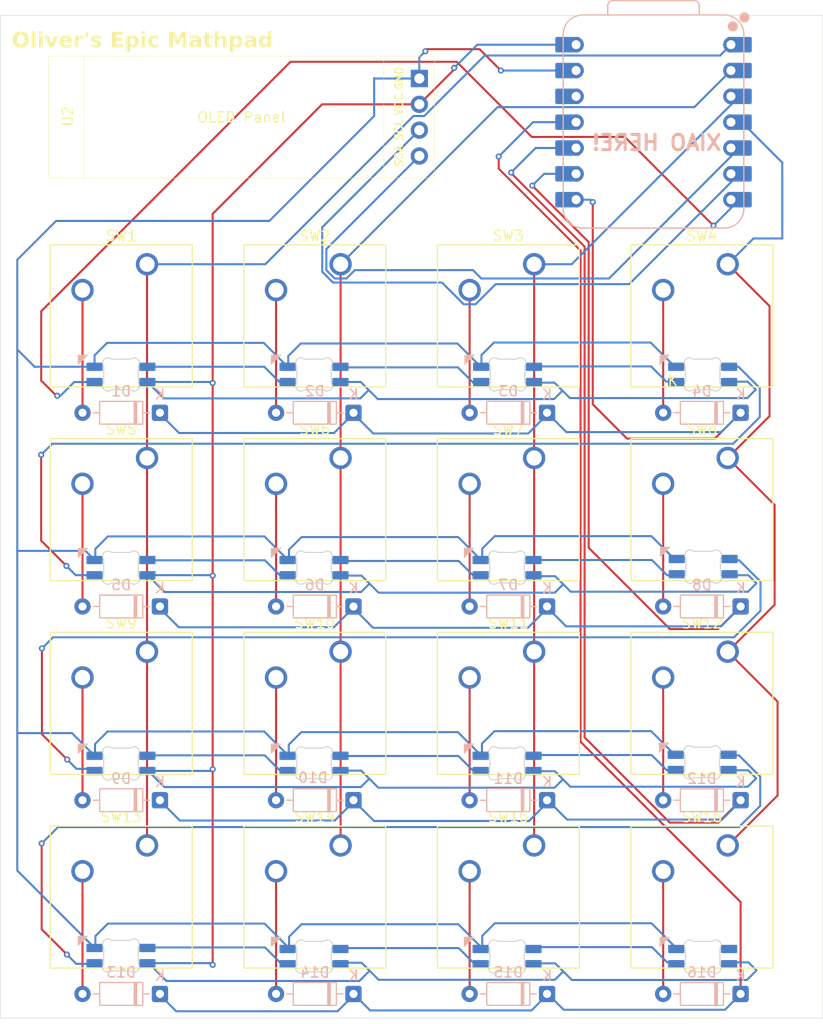
<source format=kicad_pcb>
(kicad_pcb (version 20241229) (generator "pcbnew") (generator_version "9.0")
  (layers (0 "F.Cu" signal) (2 "B.Cu" signal) (13 "F.Paste" user) (15 "B.Paste" user) (5 "F.SilkS" user "F.Silkscreen") (7 "B.SilkS" user "B.Silkscreen") (1 "F.Mask" user) (3 "B.Mask" user) (25 "Edge.Cuts" user))
  (net 0 "")
  (net 1 "Net-(D1-A)")
  (net 2 "/row0")
  (net 3 "Net-(D2-A)")
  (net 4 "Net-(D3-A)")
  (net 5 "Net-(D4-A)")
  (net 6 "Net-(D5-A)")
  (net 7 "/row1")
  (net 8 "Net-(D6-A)")
  (net 9 "Net-(D7-A)")
  (net 10 "Net-(D8-A)")
  (net 11 "/row2")
  (net 12 "Net-(D9-A)")
  (net 13 "Net-(D10-A)")
  (net 14 "Net-(D11-A)")
  (net 15 "Net-(D12-A)")
  (net 16 "/row3")
  (net 17 "Net-(D13-A)")
  (net 18 "Net-(D14-A)")
  (net 19 "Net-(D15-A)")
  (net 20 "Net-(D16-A)")
  (net 21 "/col0")
  (net 22 "/col1")
  (net 23 "/col2")
  (net 24 "/col3")
  (net 25 "Net-(U1-GPIO6{slash}SDA)")
  (net 26 "Net-(U1-GPIO7{slash}SCL)")
  (net 28 "GND")
  (net 29 "Net-(D17-DIN)")
  (net 30 "+5V")
  (net 31 "Net-(D17-DOUT)")
  (net 32 "Net-(D18-DOUT)")
  (net 33 "Net-(D19-DOUT)")
  (net 34 "Net-(D20-DOUT)")
  (net 35 "Net-(D21-DOUT)")
  (net 36 "Net-(D22-DOUT)")
  (net 37 "Net-(D23-DOUT)")
  (net 38 "Net-(D24-DOUT)")
  (net 39 "Net-(D25-DOUT)")
  (net 40 "Net-(D26-DOUT)")
  (net 41 "Net-(D27-DOUT)")
  (net 42 "Net-(D28-DOUT)")
  (net 43 "Net-(D29-DOUT)")
  (net 44 "Net-(D30-DOUT)")
  (net 45 "Net-(D31-DOUT)")
  (footprint "Hackclub Footprints:MX_SK6812MINI-E_REV" (layer "F.Cu") (at 104.75 63)
    (property "Reference" "D17" (hide yes))
    (property "Value" "SK6812MINI-E")
    (fp_line (start -1.699999 0.607842) (end -1.699999 -0.797842) (stroke (width 0.1)) (layer "Edge.Cuts"))
    (fp_line (start -0.794452 -1.595) (end 0.794452 -1.595) (stroke (width 0.1)) (layer "Edge.Cuts"))
    (fp_line (start 0.794452 1.404999) (end -0.794453 1.404999) (stroke (width 0.1)) (layer "Edge.Cuts"))
    (fp_line (start 1.699999 -0.797842) (end 1.699999 0.607842) (stroke (width 0.1)) (layer "Edge.Cuts"))
    (fp_arc (start -1.749484 -1.01472) (mid -1.712527 -0.909068) (end -1.699999 -0.797842) (stroke (width 0.1)) (layer "Edge.Cuts"))
    (fp_arc (start -1.749484 -1.014719) (mid -1.638072 -1.599035) (end -1.046711 -1.663299) (stroke (width 0.1)) (layer "Edge.Cuts"))
    (fp_arc (start -1.699999 0.607843) (mid -1.712527 0.719068) (end -1.749484 0.82472) (stroke (width 0.1)) (layer "Edge.Cuts"))
    (fp_arc (start -1.046711 1.473298) (mid -1.63807 1.409034) (end -1.749484 0.82472) (stroke (width 0.1)) (layer "Edge.Cuts"))
    (fp_arc (start -1.046711 1.473298) (mid -0.925123 1.422376) (end -0.794453 1.404999) (stroke (width 0.1)) (layer "Edge.Cuts"))
    (fp_arc (start -0.794452 -1.595) (mid -0.925123 -1.612377) (end -1.046711 -1.663299) (stroke (width 0.1)) (layer "Edge.Cuts"))
    (fp_arc (start 0.794453 1.405) (mid 0.925123 1.422377) (end 1.046711 1.473299) (stroke (width 0.1)) (layer "Edge.Cuts"))
    (fp_arc (start 1.04671 -1.663299) (mid 0.925122 -1.612377) (end 0.794452 -1.595) (stroke (width 0.1)) (layer "Edge.Cuts"))
    (fp_arc (start 1.046711 -1.663297) (mid 1.63807 -1.599035) (end 1.749484 -1.01472) (stroke (width 0.1)) (layer "Edge.Cuts"))
    (fp_arc (start 1.699999 -0.797843) (mid 1.712528 -0.909068) (end 1.749484 -1.01472) (stroke (width 0.1)) (layer "Edge.Cuts"))
    (fp_arc (start 1.749484 0.82472) (mid 1.638072 1.409037) (end 1.046711 1.473299) (stroke (width 0.1)) (layer "Edge.Cuts"))
    (fp_arc (start 1.749484 0.82472) (mid 1.712519 0.719069) (end 1.699999 0.607842) (stroke (width 0.1)) (layer "Edge.Cuts"))
  )
  (footprint "Button_Switch_Keyboard:SW_Cherry_MX_1.00u_PCB" (layer "F.Cu") (at 145.415 90.17)
    (property "Reference" "SW11")
    (property "Value" "SW_Push")
  )
  (footprint "Button_Switch_Keyboard:SW_Cherry_MX_1.00u_PCB" (layer "F.Cu") (at 145.415 109.22)
    (property "Reference" "SW15")
    (property "Value" "SW_Push")
  )
  (footprint "Button_Switch_Keyboard:SW_Cherry_MX_1.00u_PCB" (layer "F.Cu") (at 145.415 71.12)
    (property "Reference" "SW7")
    (property "Value" "SW_Push")
  )
  (footprint "Button_Switch_Keyboard:SW_Cherry_MX_1.00u_PCB" (layer "F.Cu") (at 126.365 52.07)
    (property "Reference" "SW2")
    (property "Value" "SW_Push")
  )
  (footprint "Button_Switch_Keyboard:SW_Cherry_MX_1.00u_PCB" (layer "F.Cu") (at 164.465 90.17)
    (property "Reference" "SW12")
    (property "Value" "SW_Push")
  )
  (footprint "Button_Switch_Keyboard:SW_Cherry_MX_1.00u_PCB" (layer "F.Cu") (at 107.315 71.12)
    (property "Reference" "SW5")
    (property "Value" "SW_Push")
  )
  (footprint "Button_Switch_Keyboard:SW_Cherry_MX_1.00u_PCB" (layer "F.Cu") (at 126.365 90.17)
    (property "Reference" "SW10")
    (property "Value" "SW_Push")
  )
  (footprint "Button_Switch_Keyboard:SW_Cherry_MX_1.00u_PCB" (layer "F.Cu") (at 126.365 109.22)
    (property "Reference" "SW14")
    (property "Value" "SW_Push")
  )
  (footprint "Button_Switch_Keyboard:SW_Cherry_MX_1.00u_PCB" (layer "F.Cu") (at 107.315 109.22)
    (property "Reference" "SW13")
    (property "Value" "SW_Push")
  )
  (footprint "Hackclub Footprints:MX_SK6812MINI-E_REV" (layer "F.Cu") (at 123.75 82)
    (property "Reference" "D22" (hide yes))
    (property "Value" "SK6812MINI-E")
    (fp_line (start -1.699999 0.607842) (end -1.699999 -0.797842) (stroke (width 0.1)) (layer "Edge.Cuts"))
    (fp_line (start -0.794452 -1.595) (end 0.794452 -1.595) (stroke (width 0.1)) (layer "Edge.Cuts"))
    (fp_line (start 0.794452 1.404999) (end -0.794453 1.404999) (stroke (width 0.1)) (layer "Edge.Cuts"))
    (fp_line (start 1.699999 -0.797842) (end 1.699999 0.607842) (stroke (width 0.1)) (layer "Edge.Cuts"))
    (fp_arc (start -1.749484 -1.01472) (mid -1.712527 -0.909068) (end -1.699999 -0.797842) (stroke (width 0.1)) (layer "Edge.Cuts"))
    (fp_arc (start -1.749484 -1.014719) (mid -1.638072 -1.599035) (end -1.046711 -1.663299) (stroke (width 0.1)) (layer "Edge.Cuts"))
    (fp_arc (start -1.699999 0.607843) (mid -1.712527 0.719068) (end -1.749484 0.82472) (stroke (width 0.1)) (layer "Edge.Cuts"))
    (fp_arc (start -1.046711 1.473298) (mid -1.63807 1.409034) (end -1.749484 0.82472) (stroke (width 0.1)) (layer "Edge.Cuts"))
    (fp_arc (start -1.046711 1.473298) (mid -0.925123 1.422376) (end -0.794453 1.404999) (stroke (width 0.1)) (layer "Edge.Cuts"))
    (fp_arc (start -0.794452 -1.595) (mid -0.925123 -1.612377) (end -1.046711 -1.663299) (stroke (width 0.1)) (layer "Edge.Cuts"))
    (fp_arc (start 0.794453 1.405) (mid 0.925123 1.422377) (end 1.046711 1.473299) (stroke (width 0.1)) (layer "Edge.Cuts"))
    (fp_arc (start 1.04671 -1.663299) (mid 0.925122 -1.612377) (end 0.794452 -1.595) (stroke (width 0.1)) (layer "Edge.Cuts"))
    (fp_arc (start 1.046711 -1.663297) (mid 1.63807 -1.599035) (end 1.749484 -1.01472) (stroke (width 0.1)) (layer "Edge.Cuts"))
    (fp_arc (start 1.699999 -0.797843) (mid 1.712528 -0.909068) (end 1.749484 -1.01472) (stroke (width 0.1)) (layer "Edge.Cuts"))
    (fp_arc (start 1.749484 0.82472) (mid 1.638072 1.409037) (end 1.046711 1.473299) (stroke (width 0.1)) (layer "Edge.Cuts"))
    (fp_arc (start 1.749484 0.82472) (mid 1.712519 0.719069) (end 1.699999 0.607842) (stroke (width 0.1)) (layer "Edge.Cuts"))
  )
  (footprint "Button_Switch_Keyboard:SW_Cherry_MX_1.00u_PCB" (layer "F.Cu") (at 164.465 71.12)
    (property "Reference" "SW8")
    (property "Value" "SW_Push")
  )
  (footprint "Button_Switch_Keyboard:SW_Cherry_MX_1.00u_PCB" (layer "F.Cu") (at 145.415 52.07)
    (property "Reference" "SW3")
    (property "Value" "SW_Push")
  )
  (footprint "Button_Switch_Keyboard:SW_Cherry_MX_1.00u_PCB" (layer "F.Cu") (at 107.315 52.07)
    (property "Reference" "SW1")
    (property "Value" "SW_Push")
  )
  (footprint "Hackclub Footprints:MX_SK6812MINI-E_REV" (layer "F.Cu") (at 162.05 81.9)
    (property "Reference" "D24" (hide yes))
    (property "Value" "SK6812MINI-E")
    (fp_line (start -1.699999 0.607842) (end -1.699999 -0.797842) (stroke (width 0.1)) (layer "Edge.Cuts"))
    (fp_line (start -0.794452 -1.595) (end 0.794452 -1.595) (stroke (width 0.1)) (layer "Edge.Cuts"))
    (fp_line (start 0.794452 1.404999) (end -0.794453 1.404999) (stroke (width 0.1)) (layer "Edge.Cuts"))
    (fp_line (start 1.699999 -0.797842) (end 1.699999 0.607842) (stroke (width 0.1)) (layer "Edge.Cuts"))
    (fp_arc (start -1.749484 -1.01472) (mid -1.712527 -0.909068) (end -1.699999 -0.797842) (stroke (width 0.1)) (layer "Edge.Cuts"))
    (fp_arc (start -1.749484 -1.014719) (mid -1.638072 -1.599035) (end -1.046711 -1.663299) (stroke (width 0.1)) (layer "Edge.Cuts"))
    (fp_arc (start -1.699999 0.607843) (mid -1.712527 0.719068) (end -1.749484 0.82472) (stroke (width 0.1)) (layer "Edge.Cuts"))
    (fp_arc (start -1.046711 1.473298) (mid -1.63807 1.409034) (end -1.749484 0.82472) (stroke (width 0.1)) (layer "Edge.Cuts"))
    (fp_arc (start -1.046711 1.473298) (mid -0.925123 1.422376) (end -0.794453 1.404999) (stroke (width 0.1)) (layer "Edge.Cuts"))
    (fp_arc (start -0.794452 -1.595) (mid -0.925123 -1.612377) (end -1.046711 -1.663299) (stroke (width 0.1)) (layer "Edge.Cuts"))
    (fp_arc (start 0.794453 1.405) (mid 0.925123 1.422377) (end 1.046711 1.473299) (stroke (width 0.1)) (layer "Edge.Cuts"))
    (fp_arc (start 1.04671 -1.663299) (mid 0.925122 -1.612377) (end 0.794452 -1.595) (stroke (width 0.1)) (layer "Edge.Cuts"))
    (fp_arc (start 1.046711 -1.663297) (mid 1.63807 -1.599035) (end 1.749484 -1.01472) (stroke (width 0.1)) (layer "Edge.Cuts"))
    (fp_arc (start 1.699999 -0.797843) (mid 1.712528 -0.909068) (end 1.749484 -1.01472) (stroke (width 0.1)) (layer "Edge.Cuts"))
    (fp_arc (start 1.749484 0.82472) (mid 1.638072 1.409037) (end 1.046711 1.473299) (stroke (width 0.1)) (layer "Edge.Cuts"))
    (fp_arc (start 1.749484 0.82472) (mid 1.712519 0.719069) (end 1.699999 0.607842) (stroke (width 0.1)) (layer "Edge.Cuts"))
  )
  (footprint "Button_Switch_Keyboard:SW_Cherry_MX_1.00u_PCB" (layer "F.Cu") (at 126.365 71.12)
    (property "Reference" "SW6")
    (property "Value" "SW_Push")
  )
  (footprint "Hackclub Footprints:MX_SK6812MINI-E_REV" (layer "F.Cu") (at 123.75 101.25)
    (property "Reference" "D26" (hide yes))
    (property "Value" "SK6812MINI-E")
    (fp_line (start -1.699999 0.607842) (end -1.699999 -0.797842) (stroke (width 0.1)) (layer "Edge.Cuts"))
    (fp_line (start -0.794452 -1.595) (end 0.794452 -1.595) (stroke (width 0.1)) (layer "Edge.Cuts"))
    (fp_line (start 0.794452 1.404999) (end -0.794453 1.404999) (stroke (width 0.1)) (layer "Edge.Cuts"))
    (fp_line (start 1.699999 -0.797842) (end 1.699999 0.607842) (stroke (width 0.1)) (layer "Edge.Cuts"))
    (fp_arc (start -1.749484 -1.01472) (mid -1.712527 -0.909068) (end -1.699999 -0.797842) (stroke (width 0.1)) (layer "Edge.Cuts"))
    (fp_arc (start -1.749484 -1.014719) (mid -1.638072 -1.599035) (end -1.046711 -1.663299) (stroke (width 0.1)) (layer "Edge.Cuts"))
    (fp_arc (start -1.699999 0.607843) (mid -1.712527 0.719068) (end -1.749484 0.82472) (stroke (width 0.1)) (layer "Edge.Cuts"))
    (fp_arc (start -1.046711 1.473298) (mid -1.63807 1.409034) (end -1.749484 0.82472) (stroke (width 0.1)) (layer "Edge.Cuts"))
    (fp_arc (start -1.046711 1.473298) (mid -0.925123 1.422376) (end -0.794453 1.404999) (stroke (width 0.1)) (layer "Edge.Cuts"))
    (fp_arc (start -0.794452 -1.595) (mid -0.925123 -1.612377) (end -1.046711 -1.663299) (stroke (width 0.1)) (layer "Edge.Cuts"))
    (fp_arc (start 0.794453 1.405) (mid 0.925123 1.422377) (end 1.046711 1.473299) (stroke (width 0.1)) (layer "Edge.Cuts"))
    (fp_arc (start 1.04671 -1.663299) (mid 0.925122 -1.612377) (end 0.794452 -1.595) (stroke (width 0.1)) (layer "Edge.Cuts"))
    (fp_arc (start 1.046711 -1.663297) (mid 1.63807 -1.599035) (end 1.749484 -1.01472) (stroke (width 0.1)) (layer "Edge.Cuts"))
    (fp_arc (start 1.699999 -0.797843) (mid 1.712528 -0.909068) (end 1.749484 -1.01472) (stroke (width 0.1)) (layer "Edge.Cuts"))
    (fp_arc (start 1.749484 0.82472) (mid 1.638072 1.409037) (end 1.046711 1.473299) (stroke (width 0.1)) (layer "Edge.Cuts"))
    (fp_arc (start 1.749484 0.82472) (mid 1.712519 0.719069) (end 1.699999 0.607842) (stroke (width 0.1)) (layer "Edge.Cuts"))
  )
  (footprint "Hackclub Footprints:MX_SK6812MINI-E_REV" (layer "F.Cu") (at 142.75 101.25)
    (property "Reference" "D27" (hide yes))
    (property "Value" "SK6812MINI-E")
    (fp_line (start -1.699999 0.607842) (end -1.699999 -0.797842) (stroke (width 0.1)) (layer "Edge.Cuts"))
    (fp_line (start -0.794452 -1.595) (end 0.794452 -1.595) (stroke (width 0.1)) (layer "Edge.Cuts"))
    (fp_line (start 0.794452 1.404999) (end -0.794453 1.404999) (stroke (width 0.1)) (layer "Edge.Cuts"))
    (fp_line (start 1.699999 -0.797842) (end 1.699999 0.607842) (stroke (width 0.1)) (layer "Edge.Cuts"))
    (fp_arc (start -1.749484 -1.01472) (mid -1.712527 -0.909068) (end -1.699999 -0.797842) (stroke (width 0.1)) (layer "Edge.Cuts"))
    (fp_arc (start -1.749484 -1.014719) (mid -1.638072 -1.599035) (end -1.046711 -1.663299) (stroke (width 0.1)) (layer "Edge.Cuts"))
    (fp_arc (start -1.699999 0.607843) (mid -1.712527 0.719068) (end -1.749484 0.82472) (stroke (width 0.1)) (layer "Edge.Cuts"))
    (fp_arc (start -1.046711 1.473298) (mid -1.63807 1.409034) (end -1.749484 0.82472) (stroke (width 0.1)) (layer "Edge.Cuts"))
    (fp_arc (start -1.046711 1.473298) (mid -0.925123 1.422376) (end -0.794453 1.404999) (stroke (width 0.1)) (layer "Edge.Cuts"))
    (fp_arc (start -0.794452 -1.595) (mid -0.925123 -1.612377) (end -1.046711 -1.663299) (stroke (width 0.1)) (layer "Edge.Cuts"))
    (fp_arc (start 0.794453 1.405) (mid 0.925123 1.422377) (end 1.046711 1.473299) (stroke (width 0.1)) (layer "Edge.Cuts"))
    (fp_arc (start 1.04671 -1.663299) (mid 0.925122 -1.612377) (end 0.794452 -1.595) (stroke (width 0.1)) (layer "Edge.Cuts"))
    (fp_arc (start 1.046711 -1.663297) (mid 1.63807 -1.599035) (end 1.749484 -1.01472) (stroke (width 0.1)) (layer "Edge.Cuts"))
    (fp_arc (start 1.699999 -0.797843) (mid 1.712528 -0.909068) (end 1.749484 -1.01472) (stroke (width 0.1)) (layer "Edge.Cuts"))
    (fp_arc (start 1.749484 0.82472) (mid 1.638072 1.409037) (end 1.046711 1.473299) (stroke (width 0.1)) (layer "Edge.Cuts"))
    (fp_arc (start 1.749484 0.82472) (mid 1.712519 0.719069) (end 1.699999 0.607842) (stroke (width 0.1)) (layer "Edge.Cuts"))
  )
  (footprint "Hackclub Footprints:MX_SK6812MINI-E_REV" (layer "F.Cu") (at 142.8 63)
    (property "Reference" "D19" (hide yes))
    (property "Value" "SK6812MINI-E")
    (fp_line (start -1.699999 0.607842) (end -1.699999 -0.797842) (stroke (width 0.1)) (layer "Edge.Cuts"))
    (fp_line (start -0.794452 -1.595) (end 0.794452 -1.595) (stroke (width 0.1)) (layer "Edge.Cuts"))
    (fp_line (start 0.794452 1.404999) (end -0.794453 1.404999) (stroke (width 0.1)) (layer "Edge.Cuts"))
    (fp_line (start 1.699999 -0.797842) (end 1.699999 0.607842) (stroke (width 0.1)) (layer "Edge.Cuts"))
    (fp_arc (start -1.749484 -1.01472) (mid -1.712527 -0.909068) (end -1.699999 -0.797842) (stroke (width 0.1)) (layer "Edge.Cuts"))
    (fp_arc (start -1.749484 -1.014719) (mid -1.638072 -1.599035) (end -1.046711 -1.663299) (stroke (width 0.1)) (layer "Edge.Cuts"))
    (fp_arc (start -1.699999 0.607843) (mid -1.712527 0.719068) (end -1.749484 0.82472) (stroke (width 0.1)) (layer "Edge.Cuts"))
    (fp_arc (start -1.046711 1.473298) (mid -1.63807 1.409034) (end -1.749484 0.82472) (stroke (width 0.1)) (layer "Edge.Cuts"))
    (fp_arc (start -1.046711 1.473298) (mid -0.925123 1.422376) (end -0.794453 1.404999) (stroke (width 0.1)) (layer "Edge.Cuts"))
    (fp_arc (start -0.794452 -1.595) (mid -0.925123 -1.612377) (end -1.046711 -1.663299) (stroke (width 0.1)) (layer "Edge.Cuts"))
    (fp_arc (start 0.794453 1.405) (mid 0.925123 1.422377) (end 1.046711 1.473299) (stroke (width 0.1)) (layer "Edge.Cuts"))
    (fp_arc (start 1.04671 -1.663299) (mid 0.925122 -1.612377) (end 0.794452 -1.595) (stroke (width 0.1)) (layer "Edge.Cuts"))
    (fp_arc (start 1.046711 -1.663297) (mid 1.63807 -1.599035) (end 1.749484 -1.01472) (stroke (width 0.1)) (layer "Edge.Cuts"))
    (fp_arc (start 1.699999 -0.797843) (mid 1.712528 -0.909068) (end 1.749484 -1.01472) (stroke (width 0.1)) (layer "Edge.Cuts"))
    (fp_arc (start 1.749484 0.82472) (mid 1.638072 1.409037) (end 1.046711 1.473299) (stroke (width 0.1)) (layer "Edge.Cuts"))
    (fp_arc (start 1.749484 0.82472) (mid 1.712519 0.719069) (end 1.699999 0.607842) (stroke (width 0.1)) (layer "Edge.Cuts"))
  )
  (footprint "Hackclub Footprints:MX_SK6812MINI-E_REV" (layer "F.Cu") (at 162 120.25)
    (property "Reference" "D32" (hide yes))
    (property "Value" "SK6812MINI-E")
    (fp_line (start -1.699999 0.607842) (end -1.699999 -0.797842) (stroke (width 0.1)) (layer "Edge.Cuts"))
    (fp_line (start -0.794452 -1.595) (end 0.794452 -1.595) (stroke (width 0.1)) (layer "Edge.Cuts"))
    (fp_line (start 0.794452 1.404999) (end -0.794453 1.404999) (stroke (width 0.1)) (layer "Edge.Cuts"))
    (fp_line (start 1.699999 -0.797842) (end 1.699999 0.607842) (stroke (width 0.1)) (layer "Edge.Cuts"))
    (fp_arc (start -1.749484 -1.01472) (mid -1.712527 -0.909068) (end -1.699999 -0.797842) (stroke (width 0.1)) (layer "Edge.Cuts"))
    (fp_arc (start -1.749484 -1.014719) (mid -1.638072 -1.599035) (end -1.046711 -1.663299) (stroke (width 0.1)) (layer "Edge.Cuts"))
    (fp_arc (start -1.699999 0.607843) (mid -1.712527 0.719068) (end -1.749484 0.82472) (stroke (width 0.1)) (layer "Edge.Cuts"))
    (fp_arc (start -1.046711 1.473298) (mid -1.63807 1.409034) (end -1.749484 0.82472) (stroke (width 0.1)) (layer "Edge.Cuts"))
    (fp_arc (start -1.046711 1.473298) (mid -0.925123 1.422376) (end -0.794453 1.404999) (stroke (width 0.1)) (layer "Edge.Cuts"))
    (fp_arc (start -0.794452 -1.595) (mid -0.925123 -1.612377) (end -1.046711 -1.663299) (stroke (width 0.1)) (layer "Edge.Cuts"))
    (fp_arc (start 0.794453 1.405) (mid 0.925123 1.422377) (end 1.046711 1.473299) (stroke (width 0.1)) (layer "Edge.Cuts"))
    (fp_arc (start 1.04671 -1.663299) (mid 0.925122 -1.612377) (end 0.794452 -1.595) (stroke (width 0.1)) (layer "Edge.Cuts"))
    (fp_arc (start 1.046711 -1.663297) (mid 1.63807 -1.599035) (end 1.749484 -1.01472) (stroke (width 0.1)) (layer "Edge.Cuts"))
    (fp_arc (start 1.699999 -0.797843) (mid 1.712528 -0.909068) (end 1.749484 -1.01472) (stroke (width 0.1)) (layer "Edge.Cuts"))
    (fp_arc (start 1.749484 0.82472) (mid 1.638072 1.409037) (end 1.046711 1.473299) (stroke (width 0.1)) (layer "Edge.Cuts"))
    (fp_arc (start 1.749484 0.82472) (mid 1.712519 0.719069) (end 1.699999 0.607842) (stroke (width 0.1)) (layer "Edge.Cuts"))
  )
  (footprint "Hackclub Footprints:MX_SK6812MINI-E_REV" (layer "F.Cu") (at 104.75 82)
    (property "Reference" "D21" (hide yes))
    (property "Value" "SK6812MINI-E")
    (fp_line (start -1.699999 0.607842) (end -1.699999 -0.797842) (stroke (width 0.1)) (layer "Edge.Cuts"))
    (fp_line (start -0.794452 -1.595) (end 0.794452 -1.595) (stroke (width 0.1)) (layer "Edge.Cuts"))
    (fp_line (start 0.794452 1.404999) (end -0.794453 1.404999) (stroke (width 0.1)) (layer "Edge.Cuts"))
    (fp_line (start 1.699999 -0.797842) (end 1.699999 0.607842) (stroke (width 0.1)) (layer "Edge.Cuts"))
    (fp_arc (start -1.749484 -1.01472) (mid -1.712527 -0.909068) (end -1.699999 -0.797842) (stroke (width 0.1)) (layer "Edge.Cuts"))
    (fp_arc (start -1.749484 -1.014719) (mid -1.638072 -1.599035) (end -1.046711 -1.663299) (stroke (width 0.1)) (layer "Edge.Cuts"))
    (fp_arc (start -1.699999 0.607843) (mid -1.712527 0.719068) (end -1.749484 0.82472) (stroke (width 0.1)) (layer "Edge.Cuts"))
    (fp_arc (start -1.046711 1.473298) (mid -1.63807 1.409034) (end -1.749484 0.82472) (stroke (width 0.1)) (layer "Edge.Cuts"))
    (fp_arc (start -1.046711 1.473298) (mid -0.925123 1.422376) (end -0.794453 1.404999) (stroke (width 0.1)) (layer "Edge.Cuts"))
    (fp_arc (start -0.794452 -1.595) (mid -0.925123 -1.612377) (end -1.046711 -1.663299) (stroke (width 0.1)) (layer "Edge.Cuts"))
    (fp_arc (start 0.794453 1.405) (mid 0.925123 1.422377) (end 1.046711 1.473299) (stroke (width 0.1)) (layer "Edge.Cuts"))
    (fp_arc (start 1.04671 -1.663299) (mid 0.925122 -1.612377) (end 0.794452 -1.595) (stroke (width 0.1)) (layer "Edge.Cuts"))
    (fp_arc (start 1.046711 -1.663297) (mid 1.63807 -1.599035) (end 1.749484 -1.01472) (stroke (width 0.1)) (layer "Edge.Cuts"))
    (fp_arc (start 1.699999 -0.797843) (mid 1.712528 -0.909068) (end 1.749484 -1.01472) (stroke (width 0.1)) (layer "Edge.Cuts"))
    (fp_arc (start 1.749484 0.82472) (mid 1.638072 1.409037) (end 1.046711 1.473299) (stroke (width 0.1)) (layer "Edge.Cuts"))
    (fp_arc (start 1.749484 0.82472) (mid 1.712519 0.719069) (end 1.699999 0.607842) (stroke (width 0.1)) (layer "Edge.Cuts"))
  )
  (footprint "Hackclub Footprints:MX_SK6812MINI-E_REV" (layer "F.Cu") (at 104.75 120.15)
    (property "Reference" "D29" (hide yes))
    (property "Value" "SK6812MINI-E")
    (fp_line (start -1.699999 0.607842) (end -1.699999 -0.797842) (stroke (width 0.1)) (layer "Edge.Cuts"))
    (fp_line (start -0.794452 -1.595) (end 0.794452 -1.595) (stroke (width 0.1)) (layer "Edge.Cuts"))
    (fp_line (start 0.794452 1.404999) (end -0.794453 1.404999) (stroke (width 0.1)) (layer "Edge.Cuts"))
    (fp_line (start 1.699999 -0.797842) (end 1.699999 0.607842) (stroke (width 0.1)) (layer "Edge.Cuts"))
    (fp_arc (start -1.749484 -1.01472) (mid -1.712527 -0.909068) (end -1.699999 -0.797842) (stroke (width 0.1)) (layer "Edge.Cuts"))
    (fp_arc (start -1.749484 -1.014719) (mid -1.638072 -1.599035) (end -1.046711 -1.663299) (stroke (width 0.1)) (layer "Edge.Cuts"))
    (fp_arc (start -1.699999 0.607843) (mid -1.712527 0.719068) (end -1.749484 0.82472) (stroke (width 0.1)) (layer "Edge.Cuts"))
    (fp_arc (start -1.046711 1.473298) (mid -1.63807 1.409034) (end -1.749484 0.82472) (stroke (width 0.1)) (layer "Edge.Cuts"))
    (fp_arc (start -1.046711 1.473298) (mid -0.925123 1.422376) (end -0.794453 1.404999) (stroke (width 0.1)) (layer "Edge.Cuts"))
    (fp_arc (start -0.794452 -1.595) (mid -0.925123 -1.612377) (end -1.046711 -1.663299) (stroke (width 0.1)) (layer "Edge.Cuts"))
    (fp_arc (start 0.794453 1.405) (mid 0.925123 1.422377) (end 1.046711 1.473299) (stroke (width 0.1)) (layer "Edge.Cuts"))
    (fp_arc (start 1.04671 -1.663299) (mid 0.925122 -1.612377) (end 0.794452 -1.595) (stroke (width 0.1)) (layer "Edge.Cuts"))
    (fp_arc (start 1.046711 -1.663297) (mid 1.63807 -1.599035) (end 1.749484 -1.01472) (stroke (width 0.1)) (layer "Edge.Cuts"))
    (fp_arc (start 1.699999 -0.797843) (mid 1.712528 -0.909068) (end 1.749484 -1.01472) (stroke (width 0.1)) (layer "Edge.Cuts"))
    (fp_arc (start 1.749484 0.82472) (mid 1.638072 1.409037) (end 1.046711 1.473299) (stroke (width 0.1)) (layer "Edge.Cuts"))
    (fp_arc (start 1.749484 0.82472) (mid 1.712519 0.719069) (end 1.699999 0.607842) (stroke (width 0.1)) (layer "Edge.Cuts"))
  )
  (footprint "OLED:SSD1306-0.91-OLED-4pin-128x32" (layer "F.Cu") (at 97.615 31.615)
    (property "Reference" "U2")
    (property "Value" "~")
  )
  (footprint "Hackclub Footprints:MX_SK6812MINI-E_REV" (layer "F.Cu") (at 162 63)
    (property "Reference" "D20" (hide yes))
    (property "Value" "SK6812MINI-E")
    (fp_line (start -1.699999 0.607842) (end -1.699999 -0.797842) (stroke (width 0.1)) (layer "Edge.Cuts"))
    (fp_line (start -0.794452 -1.595) (end 0.794452 -1.595) (stroke (width 0.1)) (layer "Edge.Cuts"))
    (fp_line (start 0.794452 1.404999) (end -0.794453 1.404999) (stroke (width 0.1)) (layer "Edge.Cuts"))
    (fp_line (start 1.699999 -0.797842) (end 1.699999 0.607842) (stroke (width 0.1)) (layer "Edge.Cuts"))
    (fp_arc (start -1.749484 -1.01472) (mid -1.712527 -0.909068) (end -1.699999 -0.797842) (stroke (width 0.1)) (layer "Edge.Cuts"))
    (fp_arc (start -1.749484 -1.014719) (mid -1.638072 -1.599035) (end -1.046711 -1.663299) (stroke (width 0.1)) (layer "Edge.Cuts"))
    (fp_arc (start -1.699999 0.607843) (mid -1.712527 0.719068) (end -1.749484 0.82472) (stroke (width 0.1)) (layer "Edge.Cuts"))
    (fp_arc (start -1.046711 1.473298) (mid -1.63807 1.409034) (end -1.749484 0.82472) (stroke (width 0.1)) (layer "Edge.Cuts"))
    (fp_arc (start -1.046711 1.473298) (mid -0.925123 1.422376) (end -0.794453 1.404999) (stroke (width 0.1)) (layer "Edge.Cuts"))
    (fp_arc (start -0.794452 -1.595) (mid -0.925123 -1.612377) (end -1.046711 -1.663299) (stroke (width 0.1)) (layer "Edge.Cuts"))
    (fp_arc (start 0.794453 1.405) (mid 0.925123 1.422377) (end 1.046711 1.473299) (stroke (width 0.1)) (layer "Edge.Cuts"))
    (fp_arc (start 1.04671 -1.663299) (mid 0.925122 -1.612377) (end 0.794452 -1.595) (stroke (width 0.1)) (layer "Edge.Cuts"))
    (fp_arc (start 1.046711 -1.663297) (mid 1.63807 -1.599035) (end 1.749484 -1.01472) (stroke (width 0.1)) (layer "Edge.Cuts"))
    (fp_arc (start 1.699999 -0.797843) (mid 1.712528 -0.909068) (end 1.749484 -1.01472) (stroke (width 0.1)) (layer "Edge.Cuts"))
    (fp_arc (start 1.749484 0.82472) (mid 1.638072 1.409037) (end 1.046711 1.473299) (stroke (width 0.1)) (layer "Edge.Cuts"))
    (fp_arc (start 1.749484 0.82472) (mid 1.712519 0.719069) (end 1.699999 0.607842) (stroke (width 0.1)) (layer "Edge.Cuts"))
  )
  (footprint "Hackclub Footprints:MX_SK6812MINI-E_REV" (layer "F.Cu") (at 123.75 63)
    (property "Reference" "D18" (hide yes))
    (property "Value" "SK6812MINI-E")
    (fp_line (start -1.699999 0.607842) (end -1.699999 -0.797842) (stroke (width 0.1)) (layer "Edge.Cuts"))
    (fp_line (start -0.794452 -1.595) (end 0.794452 -1.595) (stroke (width 0.1)) (layer "Edge.Cuts"))
    (fp_line (start 0.794452 1.404999) (end -0.794453 1.404999) (stroke (width 0.1)) (layer "Edge.Cuts"))
    (fp_line (start 1.699999 -0.797842) (end 1.699999 0.607842) (stroke (width 0.1)) (layer "Edge.Cuts"))
    (fp_arc (start -1.749484 -1.01472) (mid -1.712527 -0.909068) (end -1.699999 -0.797842) (stroke (width 0.1)) (layer "Edge.Cuts"))
    (fp_arc (start -1.749484 -1.014719) (mid -1.638072 -1.599035) (end -1.046711 -1.663299) (stroke (width 0.1)) (layer "Edge.Cuts"))
    (fp_arc (start -1.699999 0.607843) (mid -1.712527 0.719068) (end -1.749484 0.82472) (stroke (width 0.1)) (layer "Edge.Cuts"))
    (fp_arc (start -1.046711 1.473298) (mid -1.63807 1.409034) (end -1.749484 0.82472) (stroke (width 0.1)) (layer "Edge.Cuts"))
    (fp_arc (start -1.046711 1.473298) (mid -0.925123 1.422376) (end -0.794453 1.404999) (stroke (width 0.1)) (layer "Edge.Cuts"))
    (fp_arc (start -0.794452 -1.595) (mid -0.925123 -1.612377) (end -1.046711 -1.663299) (stroke (width 0.1)) (layer "Edge.Cuts"))
    (fp_arc (start 0.794453 1.405) (mid 0.925123 1.422377) (end 1.046711 1.473299) (stroke (width 0.1)) (layer "Edge.Cuts"))
    (fp_arc (start 1.04671 -1.663299) (mid 0.925122 -1.612377) (end 0.794452 -1.595) (stroke (width 0.1)) (layer "Edge.Cuts"))
    (fp_arc (start 1.046711 -1.663297) (mid 1.63807 -1.599035) (end 1.749484 -1.01472) (stroke (width 0.1)) (layer "Edge.Cuts"))
    (fp_arc (start 1.699999 -0.797843) (mid 1.712528 -0.909068) (end 1.749484 -1.01472) (stroke (width 0.1)) (layer "Edge.Cuts"))
    (fp_arc (start 1.749484 0.82472) (mid 1.638072 1.409037) (end 1.046711 1.473299) (stroke (width 0.1)) (layer "Edge.Cuts"))
    (fp_arc (start 1.749484 0.82472) (mid 1.712519 0.719069) (end 1.699999 0.607842) (stroke (width 0.1)) (layer "Edge.Cuts"))
  )
  (footprint "Button_Switch_Keyboard:SW_Cherry_MX_1.00u_PCB" (layer "F.Cu") (at 164.465 109.22)
    (property "Reference" "SW16")
    (property "Value" "SW_Push")
  )
  (footprint "Hackclub Footprints:MX_SK6812MINI-E_REV" (layer "F.Cu") (at 142.75 82)
    (property "Reference" "D23" (hide yes))
    (property "Value" "SK6812MINI-E")
    (fp_line (start -1.699999 0.607842) (end -1.699999 -0.797842) (stroke (width 0.1)) (layer "Edge.Cuts"))
    (fp_line (start -0.794452 -1.595) (end 0.794452 -1.595) (stroke (width 0.1)) (layer "Edge.Cuts"))
    (fp_line (start 0.794452 1.404999) (end -0.794453 1.404999) (stroke (width 0.1)) (layer "Edge.Cuts"))
    (fp_line (start 1.699999 -0.797842) (end 1.699999 0.607842) (stroke (width 0.1)) (layer "Edge.Cuts"))
    (fp_arc (start -1.749484 -1.01472) (mid -1.712527 -0.909068) (end -1.699999 -0.797842) (stroke (width 0.1)) (layer "Edge.Cuts"))
    (fp_arc (start -1.749484 -1.014719) (mid -1.638072 -1.599035) (end -1.046711 -1.663299) (stroke (width 0.1)) (layer "Edge.Cuts"))
    (fp_arc (start -1.699999 0.607843) (mid -1.712527 0.719068) (end -1.749484 0.82472) (stroke (width 0.1)) (layer "Edge.Cuts"))
    (fp_arc (start -1.046711 1.473298) (mid -1.63807 1.409034) (end -1.749484 0.82472) (stroke (width 0.1)) (layer "Edge.Cuts"))
    (fp_arc (start -1.046711 1.473298) (mid -0.925123 1.422376) (end -0.794453 1.404999) (stroke (width 0.1)) (layer "Edge.Cuts"))
    (fp_arc (start -0.794452 -1.595) (mid -0.925123 -1.612377) (end -1.046711 -1.663299) (stroke (width 0.1)) (layer "Edge.Cuts"))
    (fp_arc (start 0.794453 1.405) (mid 0.925123 1.422377) (end 1.046711 1.473299) (stroke (width 0.1)) (layer "Edge.Cuts"))
    (fp_arc (start 1.04671 -1.663299) (mid 0.925122 -1.612377) (end 0.794452 -1.595) (stroke (width 0.1)) (layer "Edge.Cuts"))
    (fp_arc (start 1.046711 -1.663297) (mid 1.63807 -1.599035) (end 1.749484 -1.01472) (stroke (width 0.1)) (layer "Edge.Cuts"))
    (fp_arc (start 1.699999 -0.797843) (mid 1.712528 -0.909068) (end 1.749484 -1.01472) (stroke (width 0.1)) (layer "Edge.Cuts"))
    (fp_arc (start 1.749484 0.82472) (mid 1.638072 1.409037) (end 1.046711 1.473299) (stroke (width 0.1)) (layer "Edge.Cuts"))
    (fp_arc (start 1.749484 0.82472) (mid 1.712519 0.719069) (end 1.699999 0.607842) (stroke (width 0.1)) (layer "Edge.Cuts"))
  )
  (footprint "Hackclub Footprints:MX_SK6812MINI-E_REV" (layer "F.Cu") (at 161.95 101.15)
    (property "Reference" "D28" (hide yes))
    (property "Value" "SK6812MINI-E")
    (fp_line (start -1.699999 0.607842) (end -1.699999 -0.797842) (stroke (width 0.1)) (layer "Edge.Cuts"))
    (fp_line (start -0.794452 -1.595) (end 0.794452 -1.595) (stroke (width 0.1)) (layer "Edge.Cuts"))
    (fp_line (start 0.794452 1.404999) (end -0.794453 1.404999) (stroke (width 0.1)) (layer "Edge.Cuts"))
    (fp_line (start 1.699999 -0.797842) (end 1.699999 0.607842) (stroke (width 0.1)) (layer "Edge.Cuts"))
    (fp_arc (start -1.749484 -1.01472) (mid -1.712527 -0.909068) (end -1.699999 -0.797842) (stroke (width 0.1)) (layer "Edge.Cuts"))
    (fp_arc (start -1.749484 -1.014719) (mid -1.638072 -1.599035) (end -1.046711 -1.663299) (stroke (width 0.1)) (layer "Edge.Cuts"))
    (fp_arc (start -1.699999 0.607843) (mid -1.712527 0.719068) (end -1.749484 0.82472) (stroke (width 0.1)) (layer "Edge.Cuts"))
    (fp_arc (start -1.046711 1.473298) (mid -1.63807 1.409034) (end -1.749484 0.82472) (stroke (width 0.1)) (layer "Edge.Cuts"))
    (fp_arc (start -1.046711 1.473298) (mid -0.925123 1.422376) (end -0.794453 1.404999) (stroke (width 0.1)) (layer "Edge.Cuts"))
    (fp_arc (start -0.794452 -1.595) (mid -0.925123 -1.612377) (end -1.046711 -1.663299) (stroke (width 0.1)) (layer "Edge.Cuts"))
    (fp_arc (start 0.794453 1.405) (mid 0.925123 1.422377) (end 1.046711 1.473299) (stroke (width 0.1)) (layer "Edge.Cuts"))
    (fp_arc (start 1.04671 -1.663299) (mid 0.925122 -1.612377) (end 0.794452 -1.595) (stroke (width 0.1)) (layer "Edge.Cuts"))
    (fp_arc (start 1.046711 -1.663297) (mid 1.63807 -1.599035) (end 1.749484 -1.01472) (stroke (width 0.1)) (layer "Edge.Cuts"))
    (fp_arc (start 1.699999 -0.797843) (mid 1.712528 -0.909068) (end 1.749484 -1.01472) (stroke (width 0.1)) (layer "Edge.Cuts"))
    (fp_arc (start 1.749484 0.82472) (mid 1.638072 1.409037) (end 1.046711 1.473299) (stroke (width 0.1)) (layer "Edge.Cuts"))
    (fp_arc (start 1.749484 0.82472) (mid 1.712519 0.719069) (end 1.699999 0.607842) (stroke (width 0.1)) (layer "Edge.Cuts"))
  )
  (footprint "Button_Switch_Keyboard:SW_Cherry_MX_1.00u_PCB" (layer "F.Cu") (at 107.315 90.17)
    (property "Reference" "SW9")
    (property "Value" "SW_Push")
  )
  (footprint "Hackclub Footprints:MX_SK6812MINI-E_REV" (layer "F.Cu") (at 104.75 101.25)
    (property "Reference" "D25" (hide yes))
    (property "Value" "SK6812MINI-E")
    (fp_line (start -1.699999 0.607842) (end -1.699999 -0.797842) (stroke (width 0.1)) (layer "Edge.Cuts"))
    (fp_line (start -0.794452 -1.595) (end 0.794452 -1.595) (stroke (width 0.1)) (layer "Edge.Cuts"))
    (fp_line (start 0.794452 1.404999) (end -0.794453 1.404999) (stroke (width 0.1)) (layer "Edge.Cuts"))
    (fp_line (start 1.699999 -0.797842) (end 1.699999 0.607842) (stroke (width 0.1)) (layer "Edge.Cuts"))
    (fp_arc (start -1.749484 -1.01472) (mid -1.712527 -0.909068) (end -1.699999 -0.797842) (stroke (width 0.1)) (layer "Edge.Cuts"))
    (fp_arc (start -1.749484 -1.014719) (mid -1.638072 -1.599035) (end -1.046711 -1.663299) (stroke (width 0.1)) (layer "Edge.Cuts"))
    (fp_arc (start -1.699999 0.607843) (mid -1.712527 0.719068) (end -1.749484 0.82472) (stroke (width 0.1)) (layer "Edge.Cuts"))
    (fp_arc (start -1.046711 1.473298) (mid -1.63807 1.409034) (end -1.749484 0.82472) (stroke (width 0.1)) (layer "Edge.Cuts"))
    (fp_arc (start -1.046711 1.473298) (mid -0.925123 1.422376) (end -0.794453 1.404999) (stroke (width 0.1)) (layer "Edge.Cuts"))
    (fp_arc (start -0.794452 -1.595) (mid -0.925123 -1.612377) (end -1.046711 -1.663299) (stroke (width 0.1)) (layer "Edge.Cuts"))
    (fp_arc (start 0.794453 1.405) (mid 0.925123 1.422377) (end 1.046711 1.473299) (stroke (width 0.1)) (layer "Edge.Cuts"))
    (fp_arc (start 1.04671 -1.663299) (mid 0.925122 -1.612377) (end 0.794452 -1.595) (stroke (width 0.1)) (layer "Edge.Cuts"))
    (fp_arc (start 1.046711 -1.663297) (mid 1.63807 -1.599035) (end 1.749484 -1.01472) (stroke (width 0.1)) (layer "Edge.Cuts"))
    (fp_arc (start 1.699999 -0.797843) (mid 1.712528 -0.909068) (end 1.749484 -1.01472) (stroke (width 0.1)) (layer "Edge.Cuts"))
    (fp_arc (start 1.749484 0.82472) (mid 1.638072 1.409037) (end 1.046711 1.473299) (stroke (width 0.1)) (layer "Edge.Cuts"))
    (fp_arc (start 1.749484 0.82472) (mid 1.712519 0.719069) (end 1.699999 0.607842) (stroke (width 0.1)) (layer "Edge.Cuts"))
  )
  (footprint "Hackclub Footprints:MX_SK6812MINI-E_REV" (layer "F.Cu") (at 123.75 120.25)
    (property "Reference" "D30" (hide yes))
    (property "Value" "SK6812MINI-E")
    (fp_line (start -1.699999 0.607842) (end -1.699999 -0.797842) (stroke (width 0.1)) (layer "Edge.Cuts"))
    (fp_line (start -0.794452 -1.595) (end 0.794452 -1.595) (stroke (width 0.1)) (layer "Edge.Cuts"))
    (fp_line (start 0.794452 1.404999) (end -0.794453 1.404999) (stroke (width 0.1)) (layer "Edge.Cuts"))
    (fp_line (start 1.699999 -0.797842) (end 1.699999 0.607842) (stroke (width 0.1)) (layer "Edge.Cuts"))
    (fp_arc (start -1.749484 -1.01472) (mid -1.712527 -0.909068) (end -1.699999 -0.797842) (stroke (width 0.1)) (layer "Edge.Cuts"))
    (fp_arc (start -1.749484 -1.014719) (mid -1.638072 -1.599035) (end -1.046711 -1.663299) (stroke (width 0.1)) (layer "Edge.Cuts"))
    (fp_arc (start -1.699999 0.607843) (mid -1.712527 0.719068) (end -1.749484 0.82472) (stroke (width 0.1)) (layer "Edge.Cuts"))
    (fp_arc (start -1.046711 1.473298) (mid -1.63807 1.409034) (end -1.749484 0.82472) (stroke (width 0.1)) (layer "Edge.Cuts"))
    (fp_arc (start -1.046711 1.473298) (mid -0.925123 1.422376) (end -0.794453 1.404999) (stroke (width 0.1)) (layer "Edge.Cuts"))
    (fp_arc (start -0.794452 -1.595) (mid -0.925123 -1.612377) (end -1.046711 -1.663299) (stroke (width 0.1)) (layer "Edge.Cuts"))
    (fp_arc (start 0.794453 1.405) (mid 0.925123 1.422377) (end 1.046711 1.473299) (stroke (width 0.1)) (layer "Edge.Cuts"))
    (fp_arc (start 1.04671 -1.663299) (mid 0.925122 -1.612377) (end 0.794452 -1.595) (stroke (width 0.1)) (layer "Edge.Cuts"))
    (fp_arc (start 1.046711 -1.663297) (mid 1.63807 -1.599035) (end 1.749484 -1.01472) (stroke (width 0.1)) (layer "Edge.Cuts"))
    (fp_arc (start 1.699999 -0.797843) (mid 1.712528 -0.909068) (end 1.749484 -1.01472) (stroke (width 0.1)) (layer "Edge.Cuts"))
    (fp_arc (start 1.749484 0.82472) (mid 1.638072 1.409037) (end 1.046711 1.473299) (stroke (width 0.1)) (layer "Edge.Cuts"))
    (fp_arc (start 1.749484 0.82472) (mid 1.712519 0.719069) (end 1.699999 0.607842) (stroke (width 0.1)) (layer "Edge.Cuts"))
  )
  (footprint "Hackclub Footprints:MX_SK6812MINI-E_REV" (layer "F.Cu") (at 142.75 120.25)
    (property "Reference" "D31" (hide yes))
    (property "Value" "SK6812MINI-E")
    (fp_line (start -1.699999 0.607842) (end -1.699999 -0.797842) (stroke (width 0.1)) (layer "Edge.Cuts"))
    (fp_line (start -0.794452 -1.595) (end 0.794452 -1.595) (stroke (width 0.1)) (layer "Edge.Cuts"))
    (fp_line (start 0.794452 1.404999) (end -0.794453 1.404999) (stroke (width 0.1)) (layer "Edge.Cuts"))
    (fp_line (start 1.699999 -0.797842) (end 1.699999 0.607842) (stroke (width 0.1)) (layer "Edge.Cuts"))
    (fp_arc (start -1.749484 -1.01472) (mid -1.712527 -0.909068) (end -1.699999 -0.797842) (stroke (width 0.1)) (layer "Edge.Cuts"))
    (fp_arc (start -1.749484 -1.014719) (mid -1.638072 -1.599035) (end -1.046711 -1.663299) (stroke (width 0.1)) (layer "Edge.Cuts"))
    (fp_arc (start -1.699999 0.607843) (mid -1.712527 0.719068) (end -1.749484 0.82472) (stroke (width 0.1)) (layer "Edge.Cuts"))
    (fp_arc (start -1.046711 1.473298) (mid -1.63807 1.409034) (end -1.749484 0.82472) (stroke (width 0.1)) (layer "Edge.Cuts"))
    (fp_arc (start -1.046711 1.473298) (mid -0.925123 1.422376) (end -0.794453 1.404999) (stroke (width 0.1)) (layer "Edge.Cuts"))
    (fp_arc (start -0.794452 -1.595) (mid -0.925123 -1.612377) (end -1.046711 -1.663299) (stroke (width 0.1)) (layer "Edge.Cuts"))
    (fp_arc (start 0.794453 1.405) (mid 0.925123 1.422377) (end 1.046711 1.473299) (stroke (width 0.1)) (layer "Edge.Cuts"))
    (fp_arc (start 1.04671 -1.663299) (mid 0.925122 -1.612377) (end 0.794452 -1.595) (stroke (width 0.1)) (layer "Edge.Cuts"))
    (fp_arc (start 1.046711 -1.663297) (mid 1.63807 -1.599035) (end 1.749484 -1.01472) (stroke (width 0.1)) (layer "Edge.Cuts"))
    (fp_arc (start 1.699999 -0.797843) (mid 1.712528 -0.909068) (end 1.749484 -1.01472) (stroke (width 0.1)) (layer "Edge.Cuts"))
    (fp_arc (start 1.749484 0.82472) (mid 1.638072 1.409037) (end 1.046711 1.473299) (stroke (width 0.1)) (layer "Edge.Cuts"))
    (fp_arc (start 1.749484 0.82472) (mid 1.712519 0.719069) (end 1.699999 0.607842) (stroke (width 0.1)) (layer "Edge.Cuts"))
  )
  (footprint "Button_Switch_Keyboard:SW_Cherry_MX_1.00u_PCB" (layer "F.Cu") (at 164.465 52.07)
    (property "Reference" "SW4")
    (property "Value" "SW_Push")
  )
  (footprint "Diode_THT:D_DO-35_SOD27_P7.62mm_Horizontal" (layer "B.Cu") (at 146.685 123.825 180)
    (property "Reference" "D15")
    (property "Value" "1N4148")
  )
  (footprint "OPL:XIAO-RP2040-DIP" (layer "B.Cu") (at 157.1625 38.1 180)
    (property "Reference" "U1" (hide yes))
    (property "Value" "XIAO-RP2040-DIP")
  )
  (footprint "Diode_THT:D_DO-35_SOD27_P7.62mm_Horizontal" (layer "B.Cu") (at 108.585 104.775 180)
    (property "Reference" "D9")
    (property "Value" "1N4148")
  )
  (footprint "Diode_THT:D_DO-35_SOD27_P7.62mm_Horizontal" (layer "B.Cu") (at 165.735 66.675 180)
    (property "Reference" "D4")
    (property "Value" "1N4148")
  )
  (footprint "Diode_THT:D_DO-35_SOD27_P7.62mm_Horizontal" (layer "B.Cu") (at 165.735 104.775 180)
    (property "Reference" "D12")
    (property "Value" "1N4148")
  )
  (footprint "Diode_THT:D_DO-35_SOD27_P7.62mm_Horizontal" (layer "B.Cu") (at 146.685 85.725 180)
    (property "Reference" "D7")
    (property "Value" "1N4148")
  )
  (footprint "Diode_THT:D_DO-35_SOD27_P7.62mm_Horizontal" (layer "B.Cu") (at 127.635 85.725 180)
    (property "Reference" "D6")
    (property "Value" "1N4148")
  )
  (footprint "Diode_THT:D_DO-35_SOD27_P7.62mm_Horizontal" (layer "B.Cu") (at 108.585 85.725 180)
    (property "Reference" "D5")
    (property "Value" "1N4148")
  )
  (footprint "Diode_THT:D_DO-35_SOD27_P7.62mm_Horizontal" (layer "B.Cu") (at 146.685 66.675 180)
    (property "Reference" "D3")
    (property "Value" "1N4148")
  )
  (footprint "Diode_THT:D_DO-35_SOD27_P7.62mm_Horizontal" (layer "B.Cu") (at 127.635 104.775 180)
    (property "Reference" "D10")
    (property "Value" "1N4148")
  )
  (footprint "Diode_THT:D_DO-35_SOD27_P7.62mm_Horizontal" (layer "B.Cu") (at 165.735 123.825 180)
    (property "Reference" "D16")
    (property "Value" "1N4148")
  )
  (footprint "Diode_THT:D_DO-35_SOD27_P7.62mm_Horizontal" (layer "B.Cu") (at 127.635 66.675 180)
    (property "Reference" "D2")
    (property "Value" "1N4148")
  )
  (footprint "Diode_THT:D_DO-35_SOD27_P7.62mm_Horizontal" (layer "B.Cu") (at 165.735 85.725 180)
    (property "Reference" "D8")
    (property "Value" "1N4148")
  )
  (footprint "Diode_THT:D_DO-35_SOD27_P7.62mm_Horizontal" (layer "B.Cu") (at 108.585 123.825 180)
    (property "Reference" "D13")
    (property "Value" "1N4148")
  )
  (footprint "Diode_THT:D_DO-35_SOD27_P7.62mm_Horizontal" (layer "B.Cu") (at 108.585 66.675 180)
    (property "Reference" "D1")
    (property "Value" "1N4148")
  )
  (footprint "Diode_THT:D_DO-35_SOD27_P7.62mm_Horizontal" (layer "B.Cu") (at 127.635 123.825 180)
    (property "Reference" "D14")
    (property "Value" "1N4148")
  )
  (footprint "Diode_THT:D_DO-35_SOD27_P7.62mm_Horizontal" (layer "B.Cu") (at 146.685 104.775 180)
    (property "Reference" "D11")
    (property "Value" "1N4148")
  )
  (gr_rect (start 92.86875 27.6) (end 173.83125 126.20625) (stroke (width 0.05)) (fill no) (layer "Edge.Cuts"))
  (gr_text "Oliver's Epic Mathpad" (at 94 31 0) (layer "F.SilkS") (effects (font (size 1.5 1.5) (thickness 0.3) (bold yes)) (justify left bottom)))
  (gr_text "XIAO HERE!" (at 164 41 0) (layer "B.SilkS") (effects (font (size 1.5 1.5) (thickness 0.3) (bold yes)) (justify left bottom mirror)))
  (segment (start 100.965 54.61) (end 100.965 66.675) (width 0.2) (layer "F.Cu") (net 1))
  (segment (start 151.183 45.959) (end 151.183 65.845) (width 0.2) (layer "F.Cu") (net 2))
  (segment (start 151.183 65.845) (end 154.55 69.212) (width 0.2) (layer "F.Cu") (net 2))
  (segment (start 154.55 69.212) (end 163.198 69.212) (width 0.2) (layer "F.Cu") (net 2))
  (segment (start 163.198 69.212) (end 165.735 66.675) (width 0.2) (layer "F.Cu") (net 2))
  (via (at 151.183 45.959) (size 0.6) (drill 0.3) (layers "F.Cu" "B.Cu") (net 2))
  (segment (start 148.585 68.575) (end 146.685 66.675) (width 0.2) (layer "B.Cu") (net 2))
  (segment (start 146.732 66.814) (end 144.832 68.714) (width 0.2) (layer "B.Cu") (net 2))
  (segment (start 125.718 68.667) (end 110.468 68.667) (width 0.2) (layer "B.Cu") (net 2))
  (segment (start 144.832 68.714) (end 129.582 68.714) (width 0.2) (layer "B.Cu") (net 2))
  (segment (start 165.735 66.675) (end 163.835 68.575) (width 0.2) (layer "B.Cu") (net 2))
  (segment (start 148.7075 45.72) (end 150.944 45.72) (width 0.2) (layer "B.Cu") (net 2))
  (segment (start 150.944 45.72) (end 151.183 45.959) (width 0.2) (layer "B.Cu") (net 2))
  (segment (start 129.582 68.714) (end 127.682 66.814) (width 0.2) (layer "B.Cu") (net 2))
  (segment (start 163.835 68.575) (end 148.585 68.575) (width 0.2) (layer "B.Cu") (net 2))
  (segment (start 127.618 66.767) (end 125.718 68.667) (width 0.2) (layer "B.Cu") (net 2))
  (segment (start 110.468 68.667) (end 108.568 66.767) (width 0.2) (layer "B.Cu") (net 2))
  (segment (start 120.015 66.675) (end 120.015 54.61) (width 0.2) (layer "F.Cu") (net 3))
  (segment (start 139.065 54.61) (end 139.065 66.675) (width 0.2) (layer "F.Cu") (net 4))
  (segment (start 158.115 66.675) (end 158.115 54.61) (width 0.2) (layer "F.Cu") (net 5))
  (segment (start 100.965 73.66) (end 100.965 85.725) (width 0.2) (layer "F.Cu") (net 6))
  (segment (start 163.519 87.941) (end 165.735 85.725) (width 0.2) (layer "F.Cu") (net 7))
  (segment (start 145.233 44.338) (end 150.782 49.887) (width 0.2) (layer "F.Cu") (net 7))
  (segment (start 150.782 79.94905) (end 158.77395 87.941) (width 0.2) (layer "F.Cu") (net 7))
  (segment (start 158.77395 87.941) (end 163.519 87.941) (width 0.2) (layer "F.Cu") (net 7))
  (segment (start 150.782 49.887) (end 150.782 79.94905) (width 0.2) (layer "F.Cu") (net 7))
  (via (at 145.233 44.338) (size 0.6) (drill 0.3) (layers "F.Cu" "B.Cu") (net 7))
  (segment (start 148.7075 43.18) (end 146.391 43.18) (width 0.2) (layer "B.Cu") (net 7))
  (segment (start 163.813 87.679) (end 148.563 87.679) (width 0.2) (layer "B.Cu") (net 7))
  (segment (start 127.596 85.871) (end 125.696 87.771) (width 0.2) (layer "B.Cu") (net 7))
  (segment (start 125.696 87.771) (end 110.446 87.771) (width 0.2) (layer "B.Cu") (net 7))
  (segment (start 144.81 87.818) (end 129.56 87.818) (width 0.2) (layer "B.Cu") (net 7))
  (segment (start 146.391 43.18) (end 145.233 44.338) (width 0.2) (layer "B.Cu") (net 7))
  (segment (start 165.713 85.779) (end 163.813 87.679) (width 0.2) (layer "B.Cu") (net 7))
  (segment (start 129.56 87.818) (end 127.66 85.918) (width 0.2) (layer "B.Cu") (net 7))
  (segment (start 110.446 87.771) (end 108.546 85.871) (width 0.2) (layer "B.Cu") (net 7))
  (segment (start 148.563 87.679) (end 146.663 85.779) (width 0.2) (layer "B.Cu") (net 7))
  (segment (start 146.71 85.918) (end 144.81 87.818) (width 0.2) (layer "B.Cu") (net 7))
  (segment (start 120.015 85.725) (end 120.015 73.66) (width 0.2) (layer "F.Cu") (net 8))
  (segment (start 139.065 73.66) (end 139.065 85.725) (width 0.2) (layer "F.Cu") (net 9))
  (segment (start 158.115 85.725) (end 158.115 73.66) (width 0.2) (layer "F.Cu") (net 10))
  (segment (start 150.381 98.59805) (end 158.75895 106.976) (width 0.2) (layer "F.Cu") (net 11))
  (segment (start 150.381 50.335943) (end 150.381 98.59805) (width 0.2) (layer "F.Cu") (net 11))
  (segment (start 143.1525 43.107443) (end 150.381 50.335943) (width 0.2) (layer "F.Cu") (net 11))
  (segment (start 163.534 106.976) (end 165.735 104.775) (width 0.2) (layer "F.Cu") (net 11))
  (segment (start 158.75895 106.976) (end 163.534 106.976) (width 0.2) (layer "F.Cu") (net 11))
  (segment (start 143.1525 43.0495) (end 143.1525 43.107443) (width 0.2) (layer "F.Cu") (net 11))
  (via (at 143.1525 43.0495) (size 0.6) (drill 0.3) (layers "F.Cu" "B.Cu") (net 11))
  (segment (start 146.805 104.919) (end 144.905 106.819) (width 0.2) (layer "B.Cu") (net 11))
  (segment (start 145.562 40.64) (end 143.046 43.156) (width 0.2) (layer "B.Cu") (net 11))
  (segment (start 163.908 106.68) (end 148.658 106.68) (width 0.2) (layer "B.Cu") (net 11))
  (segment (start 148.658 106.68) (end 146.758 104.78) (width 0.2) (layer "B.Cu") (net 11))
  (segment (start 127.691 104.872) (end 125.791 106.772) (width 0.2) (layer "B.Cu") (net 11))
  (segment (start 129.655 106.819) (end 127.755 104.919) (width 0.2) (layer "B.Cu") (net 11))
  (segment (start 110.541 106.772) (end 108.641 104.872) (width 0.2) (layer "B.Cu") (net 11))
  (segment (start 144.905 106.819) (end 129.655 106.819) (width 0.2) (layer "B.Cu") (net 11))
  (segment (start 148.7075 40.64) (end 145.562 40.64) (width 0.2) (layer "B.Cu") (net 11))
  (segment (start 125.791 106.772) (end 110.541 106.772) (width 0.2) (layer "B.Cu") (net 11))
  (segment (start 143.046 43.156) (end 143.1095 43.0925) (width 0.2) (layer "B.Cu") (net 11))
  (segment (start 165.808 104.78) (end 163.908 106.68) (width 0.2) (layer "B.Cu") (net 11))
  (segment (start 100.965 92.71) (end 100.965 104.775) (width 0.2) (layer "F.Cu") (net 12))
  (segment (start 120.015 104.775) (end 120.015 92.71) (width 0.2) (layer "F.Cu") (net 13))
  (segment (start 139.065 92.71) (end 139.065 104.775) (width 0.2) (layer "F.Cu") (net 14))
  (segment (start 158.115 104.775) (end 158.115 92.71) (width 0.2) (layer "F.Cu") (net 15))
  (segment (start 149.98 99.030184) (end 165.735 114.785184) (width 0.2) (layer "F.Cu") (net 16))
  (segment (start 141.927 42.673943) (end 149.98 50.726943) (width 0.2) (layer "F.Cu") (net 16))
  (segment (start 165.735 114.785184) (end 165.735 123.825) (width 0.2) (layer "F.Cu") (net 16))
  (segment (start 141.927 41.477) (end 141.927 42.673943) (width 0.2) (layer "F.Cu") (net 16))
  (segment (start 149.98 50.726943) (end 149.98 99.030184) (width 0.2) (layer "F.Cu") (net 16))
  (via (at 141.927 41.477) (size 0.6) (drill 0.3) (layers "F.Cu" "B.Cu") (net 16))
  (segment (start 129.275 125.449) (end 127.692 123.866) (width 0.2) (layer "B.Cu") (net 16))
  (segment (start 146.742 123.866) (end 145.159 125.449) (width 0.2) (layer "B.Cu") (net 16))
  (segment (start 164.204 125.38) (end 148.32 125.38) (width 0.2) (layer "B.Cu") (net 16))
  (segment (start 165.787 123.797) (end 164.204 125.38) (width 0.2) (layer "B.Cu") (net 16))
  (segment (start 145.159 125.449) (end 129.275 125.449) (width 0.2) (layer "B.Cu") (net 16))
  (segment (start 148.32 125.38) (end 146.737 123.797) (width 0.2) (layer "B.Cu") (net 16))
  (segment (start 110.189 125.531) (end 108.606 123.948) (width 0.2) (layer "B.Cu") (net 16))
  (segment (start 148.7075 38.1) (end 145.304 38.1) (width 0.2) (layer "B.Cu") (net 16))
  (segment (start 126.073 125.531) (end 110.189 125.531) (width 0.2) (layer "B.Cu") (net 16))
  (segment (start 145.304 38.1) (end 141.927 41.477) (width 0.2) (layer "B.Cu") (net 16))
  (segment (start 127.656 123.948) (end 126.073 125.531) (width 0.2) (layer "B.Cu") (net 16))
  (segment (start 100.965 111.76) (end 100.965 123.825) (width 0.2) (layer "F.Cu") (net 17))
  (segment (start 120.015 123.825) (end 120.015 111.76) (width 0.2) (layer "F.Cu") (net 18))
  (segment (start 139.065 111.76) (end 139.065 123.825) (width 0.2) (layer "F.Cu") (net 19))
  (segment (start 158.115 123.825) (end 158.115 111.76) (width 0.2) (layer "F.Cu") (net 20))
  (segment (start 107.315 52.07) (end 107.315 71.12) (width 0.2) (layer "F.Cu") (net 21))
  (segment (start 107.315 90.17) (end 107.315 109.22) (width 0.2) (layer "F.Cu") (net 21))
  (segment (start 107.397 52.07) (end 107.424 52.097) (width 0.2) (layer "F.Cu") (net 21))
  (segment (start 107.315 52.07) (end 107.397 52.07) (width 0.2) (layer "F.Cu") (net 21))
  (segment (start 107.315 71.12) (end 107.315 90.17) (width 0.2) (layer "F.Cu") (net 21))
  (segment (start 134.59176 37.496) (end 133.5311 37.496) (width 0.2) (layer "B.Cu") (net 21))
  (segment (start 163.7195 31.543) (end 140.54476 31.543) (width 0.2) (layer "B.Cu") (net 21))
  (segment (start 118.9571 52.07) (end 107.315 52.07) (width 0.2) (layer "B.Cu") (net 21))
  (segment (start 140.54476 31.543) (end 134.59176 37.496) (width 0.2) (layer "B.Cu") (net 21))
  (segment (start 164.7825 30.48) (end 163.7195 31.543) (width 0.2) (layer "B.Cu") (net 21))
  (segment (start 133.5311 37.496) (end 118.9571 52.07) (width 0.2) (layer "B.Cu") (net 21))
  (segment (start 126.365 52.07) (end 126.365 71.12) (width 0.2) (layer "F.Cu") (net 22))
  (segment (start 126.365 90.17) (end 126.365 109.22) (width 0.2) (layer "F.Cu") (net 22))
  (segment (start 126.365 71.12) (end 126.365 90.17) (width 0.2) (layer "F.Cu") (net 22))
  (segment (start 141.812 36.623) (end 126.365 52.07) (width 0.2) (layer "B.Cu") (net 22))
  (segment (start 161.1795 36.623) (end 141.812 36.623) (width 0.2) (layer "B.Cu") (net 22))
  (segment (start 164.7825 33.02) (end 161.1795 36.623) (width 0.2) (layer "B.Cu") (net 22))
  (segment (start 145.415 71.12) (end 145.415 90.17) (width 0.2) (layer "F.Cu") (net 23))
  (segment (start 145.415 52.07) (end 145.415 71.12) (width 0.2) (layer "F.Cu") (net 23))
  (segment (start 145.415 90.17) (end 145.415 109.22) (width 0.2) (layer "F.Cu") (net 23))
  (segment (start 145.415 71.12) (end 145.746 71.12) (width 0.2) (layer "F.Cu") (net 23))
  (segment (start 145.746 71.12) (end 145.802 71.176) (width 0.2) (layer "F.Cu") (net 23))
  (segment (start 165.6175 35.56) (end 149.1075 52.07) (width 0.2) (layer "B.Cu") (net 23))
  (segment (start 149.1075 52.07) (end 145.415 52.07) (width 0.2) (layer "B.Cu") (net 23))
  (segment (start 168.581 56.186) (end 168.581 67.004) (width 0.2) (layer "F.Cu") (net 24))
  (segment (start 164.465 90.17) (end 169.372 95.077) (width 0.2) (layer "F.Cu") (net 24))
  (segment (start 164.465 71.12) (end 169.083 75.738) (width 0.2) (layer "F.Cu") (net 24))
  (segment (start 169.372 95.077) (end 169.372 104.313) (width 0.2) (layer "F.Cu") (net 24))
  (segment (start 164.465 52.07) (end 168.581 56.186) (width 0.2) (layer "F.Cu") (net 24))
  (segment (start 169.083 85.552) (end 164.465 90.17) (width 0.2) (layer "F.Cu") (net 24))
  (segment (start 169.083 75.738) (end 169.083 85.552) (width 0.2) (layer "F.Cu") (net 24))
  (segment (start 169.372 104.313) (end 164.465 109.22) (width 0.2) (layer "F.Cu") (net 24))
  (segment (start 168.581 67.004) (end 164.465 71.12) (width 0.2) (layer "F.Cu") (net 24))
  (segment (start 166.998 49.537) (end 164.465 52.07) (width 0.2) (layer "B.Cu") (net 24))
  (segment (start 169.839 49.537) (end 166.998 49.537) (width 0.2) (layer "B.Cu") (net 24))
  (segment (start 164.7825 38.1) (end 165.86013 38.1) (width 0.2) (layer "B.Cu") (net 24))
  (segment (start 165.86013 38.1) (end 169.839 42.07887) (width 0.2) (layer "B.Cu") (net 24))
  (segment (start 169.839 42.07887) (end 169.839 49.537) (width 0.2) (layer "B.Cu") (net 24))
  (segment (start 124.964 52.650314) (end 124.964 50.576) (width 0.2) (layer "B.Cu") (net 25))
  (segment (start 127.766 52.650314) (end 126.945314 53.471) (width 0.2) (layer "B.Cu") (net 25))
  (segment (start 139.396314 52.650314) (end 127.766 52.650314) (width 0.2) (layer "B.Cu") (net 25))
  (segment (start 140.217 53.471) (end 139.396314 52.650314) (width 0.2) (layer "B.Cu") (net 25))
  (segment (start 165.6175 40.64) (end 152.7865 53.471) (width 0.2) (layer "B.Cu") (net 25))
  (segment (start 126.945314 53.471) (end 125.784686 53.471) (width 0.2) (layer "B.Cu") (net 25))
  (segment (start 152.7865 53.471) (end 140.217 53.471) (width 0.2) (layer "B.Cu") (net 25))
  (segment (start 125.784686 53.471) (end 124.964 52.650314) (width 0.2) (layer "B.Cu") (net 25))
  (segment (start 124.964 50.576) (end 134.115 41.425) (width 0.2) (layer "B.Cu") (net 25))
  (segment (start 136.345686 53.872) (end 125.618586 53.872) (width 0.2) (layer "B.Cu") (net 26))
  (segment (start 125.618586 53.872) (end 124.563 52.816414) (width 0.2) (layer "B.Cu") (net 26))
  (segment (start 124.563 48.437) (end 134.115 38.885) (width 0.2) (layer "B.Cu") (net 26))
  (segment (start 154.767814 54.029686) (end 141.626628 54.029686) (width 0.2) (layer "B.Cu") (net 26))
  (segment (start 124.563 52.816414) (end 124.563 48.437) (width 0.2) (layer "B.Cu") (net 26))
  (segment (start 165.6175 43.18) (end 154.767814 54.029686) (width 0.2) (layer "B.Cu") (net 26))
  (segment (start 138.484686 56.011) (end 136.345686 53.872) (width 0.2) (layer "B.Cu") (net 26))
  (segment (start 141.626628 54.029686) (end 139.645314 56.011) (width 0.2) (layer "B.Cu") (net 26))
  (segment (start 139.645314 56.011) (end 138.484686 56.011) (width 0.2) (layer "B.Cu") (net 26))
  (segment (start 134.82 30.92) (end 134.71 31.03) (width 0.2) (layer "F.Cu") (net 28))
  (segment (start 142.141 33.02) (end 140.041 30.92) (width 0.2) (layer "F.Cu") (net 28))
  (segment (start 134.71 31.03) (end 134.71 31.13) (width 0.2) (layer "F.Cu") (net 28))
  (segment (start 140.041 30.92) (end 134.82 30.92) (width 0.2) (layer "F.Cu") (net 28))
  (via (at 134.71 31.13) (size 0.6) (drill 0.3) (layers "F.Cu" "B.Cu") (net 28))
  (via (at 142.141 33.02) (size 0.6) (drill 0.3) (layers "F.Cu" "B.Cu") (net 28))
  (segment (start 103.383 59.8) (end 102.150001 61.032999) (width 0.2) (layer "B.Cu") (net 28))
  (segment (start 122.527077 116.970842) (end 121.294078 118.203841) (width 0.2) (layer "B.Cu") (net 28))
  (segment (start 129.67 33.77) (end 129.705 33.805) (width 0.2) (layer "B.Cu") (net 28))
  (segment (start 121.214 61.096841) (end 121.214 62.211) (width 0.2) (layer "B.Cu") (net 28))
  (segment (start 122.495077 98.081842) (end 121.262078 99.314841) (width 0.2) (layer "B.Cu") (net 28))
  (segment (start 94.546 51.628) (end 98.362 47.812) (width 0.2) (layer "B.Cu") (net 28))
  (segment (start 156.96292 116.875842) (end 141.543077 116.875842) (width 0.2) (layer "B.Cu") (net 28))
  (segment (start 140.310078 118.108841) (end 140.310078 119.223) (width 0.2) (layer "B.Cu") (net 28))
  (segment (start 129.705 33.805) (end 134.115 33.805) (width 0.2) (layer "B.Cu") (net 28))
  (segment (start 94.546 80.257) (end 94.546 98.178) (width 0.2) (layer "B.Cu") (net 28))
  (segment (start 118.802843 59.8) (end 103.383 59.8) (width 0.2) (layer "B.Cu") (net 28))
  (segment (start 148.7075 33.02) (end 141.973 33.02) (width 0.2) (layer "B.Cu") (net 28))
  (segment (start 121.224079 81.186158) (end 118.876921 78.839) (width 0.2) (layer "B.Cu") (net 28))
  (segment (start 99.930843 98.178) (end 102.150001 100.397158) (width 0.2) (layer "B.Cu") (net 28))
  (segment (start 94.546 60.453) (end 94.546 80.257) (width 0.2) (layer "B.Cu") (net 28))
  (segment (start 102.198079 99.250999) (end 102.198079 100.365158) (width 0.2) (layer "B.Cu") (net 28))
  (segment (start 141.543077 116.875842) (end 140.310078 118.108841) (width 0.2) (layer "B.Cu") (net 28))
  (segment (start 140.288078 81.25) (end 137.94092 78.902842) (width 0.2) (layer "B.Cu") (net 28))
  (segment (start 137.94092 78.902842) (end 122.521077 78.902842) (width 0.2) (layer "B.Cu") (net 28))
  (segment (start 98.362 47.812) (end 119.348 47.812) (width 0.2) (layer "B.Cu") (net 28))
  (segment (start 121.198079 100.365158) (end 118.850921 98.018) (width 0.2) (layer "B.Cu") (net 28))
  (segment (start 121.262078 99.314841) (end 121.262078 100.429) (width 0.2) (layer "B.Cu") (net 28))
  (segment (start 134.71 31.13) (end 134.115 31.725) (width 0.2) (layer "B.Cu") (net 28))
  (segment (start 137.94692 116.970842) (end 122.527077 116.970842) (width 0.2) (layer "B.Cu") (net 28))
  (segment (start 156.882842 59.768842) (end 141.462999 59.768842) (width 0.2) (layer "B.Cu") (net 28))
  (segment (start 159.23 62.116) (end 156.882842 59.768842) (width 0.2) (layer "B.Cu") (net 28))
  (segment (start 159.304078 81.155) (end 156.95692 78.807842) (width 0.2) (layer "B.Cu") (net 28))
  (segment (start 140.23 61.001841) (end 140.23 62.116) (width 0.2) (layer "B.Cu") (net 28))
  (segment (start 156.95692 78.807842) (end 141.537077 78.807842) (width 0.2) (layer "B.Cu") (net 28))
  (segment (start 129.67 37.49) (end 129.67 33.77) (width 0.2) (layer "B.Cu") (net 28))
  (segment (start 159.310078 119.223) (end 156.96292 116.875842) (width 0.2) (layer "B.Cu") (net 28))
  (segment (start 159.278078 100.334) (end 156.93092 97.986842) (width 0.2) (layer "B.Cu") (net 28))
  (segment (start 94.546 80.257) (end 101.259843 80.257) (width 0.2) (layer "B.Cu") (net 28))
  (segment (start 94.546 60.453) (end 96.274 62.181) (width 0.2) (layer "B.Cu") (net 28))
  (segment (start 102.230079 118.139999) (end 102.230079 119.254158) (width 0.2) (layer "B.Cu") (net 28))
  (segment (start 140.262078 100.429) (end 137.91492 98.081842) (width 0.2) (layer "B.Cu") (net 28))
  (segment (start 119.348 47.812) (end 129.67 37.49) (width 0.2) (layer "B.Cu") (net 28))
  (segment (start 137.91492 98.081842) (end 122.495077 98.081842) (width 0.2) (layer "B.Cu") (net 28))
  (segment (start 96.307842 62.147158) (end 102.150001 62.147158) (width 0.2) (layer "B.Cu") (net 28))
  (segment (start 121.230079 119.254158) (end 118.882921 116.907) (width 0.2) (layer "B.Cu") (net 28))
  (segment (start 140.278078 99.219841) (end 140.278078 100.334) (width 0.2) (layer "B.Cu") (net 28))
  (segment (start 140.294078 119.318) (end 137.94692 116.970842) (width 0.2) (layer "B.Cu") (net 28))
  (segment (start 102.224079 80.071999) (end 102.224079 81.186158) (width 0.2) (layer "B.Cu") (net 28))
  (segment (start 94.546 98.178) (end 99.930843 98.178) (width 0.2) (layer "B.Cu") (net 28))
  (segment (start 96.274 62.181) (end 96.307842 62.147158) (width 0.2) (layer "B.Cu") (net 28))
  (segment (start 141.957 33.036) (end 141.973 33.02) (width 0.2) (layer "B.Cu") (net 28))
  (segment (start 118.850921 98.018) (end 103.431078 98.018) (width 0.2) (layer "B.Cu") (net 28))
  (segment (start 141.462999 59.768842) (end 140.23 61.001841) (width 0.2) (layer "B.Cu") (net 28))
  (segment (start 140.214 62.211) (end 137.866842 59.863842) (width 0.2) (layer "B.Cu") (net 28))
  (segment (start 134.115 31.725) (end 134.115 33.805) (width 0.2) (layer "B.Cu") (net 28))
  (segment (start 103.463078 116.907) (end 102.230079 118.139999) (width 0.2) (layer "B.Cu") (net 28))
  (segment (start 122.521077 78.902842) (end 121.288078 80.135841) (width 0.2) (layer "B.Cu") (net 28))
  (segment (start 140.304078 80.040841) (end 140.304078 81.155) (width 0.2) (layer "B.Cu") (net 28))
  (segment (start 103.431078 98.018) (end 102.198079 99.250999) (width 0.2) (layer "B.Cu") (net 28))
  (segment (start 141.537077 78.807842) (end 140.304078 80.040841) (width 0.2) (layer "B.Cu") (net 28))
  (segment (start 94.546 111.693157) (end 102.150001 119.297158) (width 0.2) (layer "B.Cu") (net 28))
  (segment (start 121.150001 62.147158) (end 118.802843 59.8) (width 0.2) (layer "B.Cu") (net 28))
  (segment (start 156.93092 97.986842) (end 141.511077 97.986842) (width 0.2) (layer "B.Cu") (net 28))
  (segment (start 121.288078 80.135841) (end 121.288078 81.25) (width 0.2) (layer "B.Cu") (net 28))
  (segment (start 94.546 98.178) (end 94.546 111.693157) (width 0.2) (layer "B.Cu") (net 28))
  (segment (start 121.294078 118.203841) (end 121.294078 119.318) (width 0.2) (layer "B.Cu") (net 28))
  (segment (start 134.71 31.13) (end 134.71 31.18) (width 0.2) (layer "B.Cu") (net 28))
  (segment (start 103.457078 78.839) (end 102.224079 80.071999) (width 0.2) (layer "B.Cu") (net 28))
  (segment (start 101.259843 80.257) (end 102.150001 81.147158) (width 0.2) (layer "B.Cu") (net 28))
  (segment (start 122.446999 59.863842) (end 121.214 61.096841) (width 0.2) (layer "B.Cu") (net 28))
  (segment (start 118.876921 78.839) (end 103.457078 78.839) (width 0.2) (layer "B.Cu") (net 28))
  (segment (start 94.546 60.453) (end 94.546 51.628) (width 0.2) (layer "B.Cu") (net 28))
  (segment (start 137.866842 59.863842) (end 122.446999 59.863842) (width 0.2) (layer "B.Cu") (net 28))
  (segment (start 118.882921 116.907) (end 103.463078 116.907) (width 0.2) (layer "B.Cu") (net 28))
  (segment (start 102.150001 61.032999) (end 102.150001 62.147158) (width 0.2) (layer "B.Cu") (net 28))
  (segment (start 141.511077 97.986842) (end 140.278078 99.219841) (width 0.2) (layer "B.Cu") (net 28))
  (segment (start 98.39 65) (end 98.48 65) (width 0.2) (layer "F.Cu") (net 29))
  (segment (start 98.63 65) (end 98.65 65.02) (width 0.2) (layer "F.Cu") (net 29))
  (segment (start 96.9 56.693686) (end 96.9 63.51) (width 0.2) (layer "F.Cu") (net 29))
  (segment (start 145.179943 39.55) (end 137.788943 32.159) (width 0.2) (layer "F.Cu") (net 29))
  (segment (start 154.3405 39.55) (end 145.179943 39.55) (width 0.2) (layer "F.Cu") (net 29))
  (segment (start 96.9 63.51) (end 98.39 65) (width 0.2) (layer "F.Cu") (net 29))
  (segment (start 121.434686 32.159) (end 96.9 56.693686) (width 0.2) (layer "F.Cu") (net 29))
  (segment (start 137.788943 32.159) (end 121.434686 32.159) (width 0.2) (layer "F.Cu") (net 29))
  (segment (start 163.064 48.2735) (end 154.3405 39.55) (width 0.2) (layer "F.Cu") (net 29))
  (via (at 163.064 48.2735) (size 0.6) (drill 0.3) (layers "F.Cu" "B.Cu") (net 29))
  (via (at 98.48 65) (size 0.6) (drill 0.3) (layers "F.Cu" "B.Cu") (net 29))
  (segment (start 98.8 65) (end 100.145 63.655) (width 0.2) (layer "B.Cu") (net 29))
  (segment (start 165.6175 45.72) (end 163.064 48.2735) (width 0.2) (layer "B.Cu") (net 29))
  (segment (start 100.145 63.655) (end 102.15 63.655) (width 0.2) (layer "B.Cu") (net 29))
  (segment (start 98.48 65) (end 98.8 65) (width 0.2) (layer "B.Cu") (net 29))
  (segment (start 113.773 47.115) (end 113.773 63.742) (width 0.2) (layer "F.Cu") (net 30))
  (segment (start 113.773 101.732) (end 113.773 120.963) (width 0.2) (layer "F.Cu") (net 30))
  (segment (start 134.115 36.345) (end 137.54 32.92) (width 0.2) (layer "F.Cu") (net 30))
  (segment (start 134.115 36.345) (end 124.543 36.345) (width 0.2) (layer "F.Cu") (net 30))
  (segment (start 137.54 32.92) (end 137.54 32.76) (width 0.2) (layer "F.Cu") (net 30))
  (segment (start 124.543 36.345) (end 113.773 47.115) (width 0.2) (layer "F.Cu") (net 30))
  (segment (start 113.773 63.742) (end 113.773 82.687) (width 0.2) (layer "F.Cu") (net 30))
  (segment (start 113.773 82.687) (end 113.773 101.732) (width 0.2) (layer "F.Cu") (net 30))
  (segment (start 113.773 101.732) (end 113.863 101.732) (width 0.2) (layer "F.Cu") (net 30))
  (via (at 113.773 82.687) (size 0.6) (drill 0.3) (layers "F.Cu" "B.Cu") (net 30))
  (via (at 113.773 63.742) (size 0.6) (drill 0.3) (layers "F.Cu" "B.Cu") (net 30))
  (via (at 137.54 32.76) (size 0.6) (drill 0.3) (layers "F.Cu" "B.Cu") (net 30))
  (via (at 113.773 120.963) (size 0.6) (drill 0.3) (layers "F.Cu" "B.Cu") (net 30))
  (via (at 113.773 101.732) (size 0.6) (drill 0.3) (layers "F.Cu" "B.Cu") (net 30))
  (segment (start 166.428157 63.616) (end 164.43 63.616) (width 0.2) (layer "B.Cu") (net 30))
  (segment (start 148.981077 103.449842) (end 166.440077 103.449842) (width 0.2) (layer "B.Cu") (net 30))
  (segment (start 148.932999 65.231842) (end 166.391999 65.231842) (width 0.2) (layer "B.Cu") (net 30))
  (segment (start 139.82 30.48) (end 148.7075 30.48) (width 0.2) (layer "B.Cu") (net 30))
  (segment (start 148.201999 64.500842) (end 147.412157 63.711) (width 0.2) (layer "B.Cu") (net 30))
  (segment (start 137.54 32.76) (end 139.82 30.48) (width 0.2) (layer "B.Cu") (net 30))
  (segment (start 147.456077 122.433842) (end 148.282077 121.607842) (width 0.2) (layer "B.Cu") (net 30))
  (segment (start 113.773 82.687) (end 113.733158 82.647158) (width 0.2) (layer "B.Cu") (net 30))
  (segment (start 147.486235 82.75) (end 145.488078 82.75) (width 0.2) (layer "B.Cu") (net 30))
  (segment (start 166.476235 101.834) (end 164.478078 101.834) (width 0.2) (layer "B.Cu") (net 30))
  (segment (start 129.218078 121.544) (end 128.428236 120.754158) (width 0.2) (layer "B.Cu") (net 30))
  (segment (start 128.396236 101.865158) (end 126.398079 101.865158) (width 0.2) (layer "B.Cu") (net 30))
  (segment (start 148.282077 121.607842) (end 149.127235 122.453) (width 0.2) (layer "B.Cu") (net 30))
  (segment (start 128.422236 82.686158) (end 126.424079 82.686158) (width 0.2) (layer "B.Cu") (net 30))
  (segment (start 167.292077 83.444842) (end 166.502235 82.655) (width 0.2) (layer "B.Cu") (net 30))
  (segment (start 109.229921 122.554) (end 128.208078 122.554) (width 0.2) (layer "B.Cu") (net 30))
  (segment (start 113.678158 63.647158) (end 107.350001 63.647158) (width 0.2) (layer "B.Cu") (net 30))
  (segment (start 148.250077 102.718842) (end 148.981077 103.449842) (width 0.2) (layer "B.Cu") (net 30))
  (segment (start 167.298077 121.512842) (end 166.508235 120.723) (width 0.2) (layer "B.Cu") (net 30))
  (segment (start 166.466077 84.270842) (end 167.292077 83.444842) (width 0.2) (layer "B.Cu") (net 30))
  (segment (start 130.027842 65.326842) (end 147.375999 65.326842) (width 0.2) (layer "B.Cu") (net 30))
  (segment (start 166.440077 103.449842) (end 167.266077 102.623842) (width 0.2) (layer "B.Cu") (net 30))
  (segment (start 148.250077 102.718842) (end 147.460235 101.929) (width 0.2) (layer "B.Cu") (net 30))
  (segment (start 128.428236 120.754158) (end 126.430079 120.754158) (width 0.2) (layer "B.Cu") (net 30))
  (segment (start 130.07592 103.544842) (end 147.424077 103.544842) (width 0.2) (layer "B.Cu") (net 30))
  (segment (start 130.10792 122.433842) (end 147.456077 122.433842) (width 0.2) (layer "B.Cu") (net 30))
  (segment (start 107.350001 63.647158) (end 108.965843 65.263) (width 0.2) (layer "B.Cu") (net 30))
  (segment (start 166.357919 122.453) (end 167.298077 121.512842) (width 0.2) (layer "B.Cu") (net 30))
  (segment (start 128.312 65.263) (end 129.138 64.437) (width 0.2) (layer "B.Cu") (net 30))
  (segment (start 166.508235 120.723) (end 164.510078 120.723) (width 0.2) (layer "B.Cu") (net 30))
  (segment (start 167.217999 64.405842) (end 166.428157 63.616) (width 0.2) (layer "B.Cu") (net 30))
  (segment (start 129.186078 102.655) (end 130.07592 103.544842) (width 0.2) (layer "B.Cu") (net 30))
  (segment (start 166.502235 82.655) (end 164.504078 82.655) (width 0.2) (layer "B.Cu") (net 30))
  (segment (start 128.348158 63.647158) (end 126.350001 63.647158) (width 0.2) (layer "B.Cu") (net 30))
  (segment (start 113.607158 120.797158) (end 107.350001 120.797158) (width 0.2) (layer "B.Cu") (net 30))
  (segment (start 147.460235 101.929) (end 145.462078 101.929) (width 0.2) (layer "B.Cu") (net 30))
  (segment (start 109.013921 103.481) (end 128.360078 103.481) (width 0.2) (layer "B.Cu") (net 30))
  (segment (start 109.039921 84.302) (end 128.386078 84.302) (width 0.2) (layer "B.Cu") (net 30))
  (segment (start 129.186078 102.655) (end 128.396236 101.865158) (width 0.2) (layer "B.Cu") (net 30))
  (segment (start 107.424079 82.686158) (end 109.039921 84.302) (width 0.2) (layer "B.Cu") (net 30))
  (segment (start 107.430079 120.754158) (end 109.229921 122.554) (width 0.2) (layer "B.Cu") (net 30))
  (segment (start 113.773 101.732) (end 113.607842 101.897158) (width 0.2) (layer "B.Cu") (net 30))
  (segment (start 147.492235 120.818) (end 145.494078 120.818) (width 0.2) (layer "B.Cu") (net 30))
  (segment (start 147.424077 103.544842) (end 148.250077 102.718842) (width 0.2) (layer "B.Cu") (net 30))
  (segment (start 148.276077 83.539842) (end 147.486235 82.75) (width 0.2) (layer "B.Cu") (net 30))
  (segment (start 167.266077 102.623842) (end 166.476235 101.834) (width 0.2) (layer "B.Cu") (net 30))
  (segment (start 147.450077 84.365842) (end 148.276077 83.539842) (width 0.2) (layer "B.Cu") (net 30))
  (segment (start 148.201999 64.500842) (end 148.932999 65.231842) (width 0.2) (layer "B.Cu") (net 30))
  (segment (start 129.212078 83.476) (end 130.10192 84.365842) (width 0.2) (layer "B.Cu") (net 30))
  (segment (start 129.212078 83.476) (end 128.422236 82.686158) (width 0.2) (layer "B.Cu") (net 30))
  (segment (start 147.412157 63.711) (end 145.414 63.711) (width 0.2) (layer "B.Cu") (net 30))
  (segment (start 108.965843 65.263) (end 128.312 65.263) (width 0.2) (layer "B.Cu") (net 30))
  (segment (start 129.138 64.437) (end 130.027842 65.326842) (width 0.2) (layer "B.Cu") (net 30))
  (segment (start 128.208078 122.554) (end 129.218078 121.544) (width 0.2) (layer "B.Cu") (net 30))
  (segment (start 166.391999 65.231842) (end 167.217999 64.405842) (width 0.2) (layer "B.Cu") (net 30))
  (segment (start 129.138 64.437) (end 128.348158 63.647158) (width 0.2) (layer "B.Cu") (net 30))
  (segment (start 148.276077 83.539842) (end 149.007077 84.270842) (width 0.2) (layer "B.Cu") (net 30))
  (segment (start 149.127235 122.453) (end 166.357919 122.453) (width 0.2) (layer "B.Cu") (net 30))
  (segment (start 128.386078 84.302) (end 129.212078 83.476) (width 0.2) (layer "B.Cu") (net 30))
  (segment (start 113.773 63.742) (end 113.678158 63.647158) (width 0.2) (layer "B.Cu") (net 30))
  (segment (start 130.10192 84.365842) (end 147.450077 84.365842) (width 0.2) (layer "B.Cu") (net 30))
  (segment (start 113.773 120.963) (end 113.607158 120.797158) (width 0.2) (layer "B.Cu") (net 30))
  (segment (start 147.375999 65.326842) (end 148.201999 64.500842) (width 0.2) (layer "B.Cu") (net 30))
  (segment (start 129.218078 121.544) (end 130.10792 122.433842) (width 0.2) (layer "B.Cu") (net 30))
  (segment (start 107.398079 101.865158) (end 109.013921 103.481) (width 0.2) (layer "B.Cu") (net 30))
  (segment (start 113.733158 82.647158) (end 107.350001 82.647158) (width 0.2) (layer "B.Cu") (net 30))
  (segment (start 128.360078 103.481) (end 129.186078 102.655) (width 0.2) (layer "B.Cu") (net 30))
  (segment (start 113.607842 101.897158) (end 107.350001 101.897158) (width 0.2) (layer "B.Cu") (net 30))
  (segment (start 149.007077 84.270842) (end 166.466077 84.270842) (width 0.2) (layer "B.Cu") (net 30))
  (segment (start 148.282077 121.607842) (end 147.492235 120.818) (width 0.2) (layer "B.Cu") (net 30))
  (segment (start 121.150001 63.647158) (end 120.350001 63.647158) (width 0.2) (layer "B.Cu") (net 31))
  (segment (start 118.850001 62.147158) (end 107.350001 62.147158) (width 0.2) (layer "B.Cu") (net 31))
  (segment (start 120.350001 63.647158) (end 118.850001 62.147158) (width 0.2) (layer "B.Cu") (net 31))
  (segment (start 137.914 62.211) (end 126.414 62.211) (width 0.2) (layer "B.Cu") (net 32))
  (segment (start 139.414 63.711) (end 137.914 62.211) (width 0.2) (layer "B.Cu") (net 32))
  (segment (start 140.214 63.711) (end 139.414 63.711) (width 0.2) (layer "B.Cu") (net 32))
  (segment (start 159.23 63.616) (end 158.43 63.616) (width 0.2) (layer "B.Cu") (net 33))
  (segment (start 156.93 62.116) (end 145.43 62.116) (width 0.2) (layer "B.Cu") (net 33))
  (segment (start 158.43 63.616) (end 156.93 62.116) (width 0.2) (layer "B.Cu") (net 33))
  (segment (start 96.896 70.81) (end 96.896 79.248) (width 0.2) (layer "F.Cu") (net 34))
  (segment (start 96.896 79.248) (end 99.383 81.735) (width 0.2) (layer "F.Cu") (net 34))
  (via (at 99.383 81.735) (size 0.6) (drill 0.3) (layers "F.Cu" "B.Cu") (net 34))
  (via (at 96.896 70.81) (size 0.6) (drill 0.3) (layers "F.Cu" "B.Cu") (net 34))
  (segment (start 164.600001 62.147158) (end 165.526415 62.147158) (width 0.2) (layer "B.Cu") (net 34))
  (segment (start 165.005 69.719) (end 97.987 69.719) (width 0.2) (layer "B.Cu") (net 34))
  (segment (start 167.618999 64.239742) (end 167.618999 67.105001) (width 0.2) (layer "B.Cu") (net 34))
  (segment (start 97.987 69.719) (end 96.896 70.81) (width 0.2) (layer "B.Cu") (net 34))
  (segment (start 99.383 81.735) (end 100.295158 82.647158) (width 0.2) (layer "B.Cu") (net 34))
  (segment (start 165.526415 62.147158) (end 167.618999 64.239742) (width 0.2) (layer "B.Cu") (net 34))
  (segment (start 100.295158 82.647158) (end 102.150001 82.647158) (width 0.2) (layer "B.Cu") (net 34))
  (segment (start 167.618999 67.105001) (end 165.005 69.719) (width 0.2) (layer "B.Cu") (net 34))
  (segment (start 120.424079 82.686158) (end 118.924079 81.186158) (width 0.2) (layer "B.Cu") (net 35))
  (segment (start 121.224079 82.686158) (end 120.424079 82.686158) (width 0.2) (layer "B.Cu") (net 35))
  (segment (start 118.924079 81.186158) (end 107.424079 81.186158) (width 0.2) (layer "B.Cu") (net 35))
  (segment (start 137.988078 81.25) (end 126.488078 81.25) (width 0.2) (layer "B.Cu") (net 36))
  (segment (start 140.288078 82.75) (end 139.488078 82.75) (width 0.2) (layer "B.Cu") (net 36))
  (segment (start 139.488078 82.75) (end 137.988078 81.25) (width 0.2) (layer "B.Cu") (net 36))
  (segment (start 157.004078 81.155) (end 145.504078 81.155) (width 0.2) (layer "B.Cu") (net 37))
  (segment (start 159.304078 82.655) (end 158.504078 82.655) (width 0.2) (layer "B.Cu") (net 37))
  (segment (start 158.504078 82.655) (end 157.004078 81.155) (width 0.2) (layer "B.Cu") (net 37))
  (segment (start 96.970078 89.849) (end 96.970078 98.287) (width 0.2) (layer "F.Cu") (net 38))
  (segment (start 96.970078 98.287) (end 99.457078 100.774) (width 0.2) (layer "F.Cu") (net 38))
  (via (at 99.457078 100.774) (size 0.6) (drill 0.3) (layers "F.Cu" "B.Cu") (net 38))
  (via (at 96.970078 89.849) (size 0.6) (drill 0.3) (layers "F.Cu" "B.Cu") (net 38))
  (segment (start 98.061078 88.758) (end 96.970078 89.849) (width 0.2) (layer "B.Cu") (net 38))
  (segment (start 100.369236 101.686158) (end 102.224079 101.686158) (width 0.2) (layer "B.Cu") (net 38))
  (segment (start 165.079078 88.758) (end 98.061078 88.758) (width 0.2) (layer "B.Cu") (net 38))
  (segment (start 167.693077 86.144001) (end 165.079078 88.758) (width 0.2) (layer "B.Cu") (net 38))
  (segment (start 165.600493 81.186158) (end 167.693077 83.278742) (width 0.2) (layer "B.Cu") (net 38))
  (segment (start 164.674079 81.186158) (end 165.600493 81.186158) (width 0.2) (layer "B.Cu") (net 38))
  (segment (start 167.693077 83.278742) (end 167.693077 86.144001) (width 0.2) (layer "B.Cu") (net 38))
  (segment (start 99.457078 100.774) (end 100.369236 101.686158) (width 0.2) (layer "B.Cu") (net 38))
  (segment (start 120.398079 101.865158) (end 118.898079 100.365158) (width 0.2) (layer "B.Cu") (net 39))
  (segment (start 118.898079 100.365158) (end 107.398079 100.365158) (width 0.2) (layer "B.Cu") (net 39))
  (segment (start 121.198079 101.865158) (end 120.398079 101.865158) (width 0.2) (layer "B.Cu") (net 39))
  (segment (start 140.262078 101.929) (end 139.462078 101.929) (width 0.2) (layer "B.Cu") (net 40))
  (segment (start 139.462078 101.929) (end 137.962078 100.429) (width 0.2) (layer "B.Cu") (net 40))
  (segment (start 137.962078 100.429) (end 126.462078 100.429) (width 0.2) (layer "B.Cu") (net 40))
  (segment (start 158.478078 101.834) (end 156.978078 100.334) (width 0.2) (layer "B.Cu") (net 41))
  (segment (start 156.978078 100.334) (end 145.478078 100.334) (width 0.2) (layer "B.Cu") (net 41))
  (segment (start 159.278078 101.834) (end 158.478078 101.834) (width 0.2) (layer "B.Cu") (net 41))
  (segment (start 96.944078 117.466) (end 99.431078 119.953) (width 0.2) (layer "F.Cu") (net 42))
  (segment (start 96.944078 109.028) (end 96.944078 117.466) (width 0.2) (layer "F.Cu") (net 42))
  (via (at 96.944078 109.028) (size 0.6) (drill 0.3) (layers "F.Cu" "B.Cu") (net 42))
  (via (at 99.431078 119.953) (size 0.6) (drill 0.3) (layers "F.Cu" "B.Cu") (net 42))
  (segment (start 167.667077 105.323001) (end 165.572078 107.418) (width 0.2) (layer "B.Cu") (net 42))
  (segment (start 167.667077 102.457742) (end 167.667077 105.323001) (width 0.2) (layer "B.Cu") (net 42))
  (segment (start 164.648079 100.365158) (end 165.574493 100.365158) (width 0.2) (layer "B.Cu") (net 42))
  (segment (start 100.343236 120.865158) (end 102.198079 120.865158) (width 0.2) (layer "B.Cu") (net 42))
  (segment (start 98.554078 107.418) (end 96.944078 109.028) (width 0.2) (layer "B.Cu") (net 42))
  (segment (start 165.572078 107.418) (end 98.554078 107.418) (width 0.2) (layer "B.Cu") (net 42))
  (segment (start 99.431078 119.953) (end 100.343236 120.865158) (width 0.2) (layer "B.Cu") (net 42))
  (segment (start 165.574493 100.365158) (end 167.667077 102.457742) (width 0.2) (layer "B.Cu") (net 42))
  (segment (start 121.230079 120.754158) (end 120.430079 120.754158) (width 0.2) (layer "B.Cu") (net 43))
  (segment (start 118.930079 119.254158) (end 107.430079 119.254158) (width 0.2) (layer "B.Cu") (net 43))
  (segment (start 120.430079 120.754158) (end 118.930079 119.254158) (width 0.2) (layer "B.Cu") (net 43))
  (segment (start 140.294078 120.818) (end 139.494078 120.818) (width 0.2) (layer "B.Cu") (net 44))
  (segment (start 139.494078 120.818) (end 137.994078 119.318) (width 0.2) (layer "B.Cu") (net 44))
  (segment (start 137.994078 119.318) (end 126.494078 119.318) (width 0.2) (layer "B.Cu") (net 44))
  (segment (start 159.310078 120.723) (end 158.510078 120.723) (width 0.2) (layer "B.Cu") (net 45))
  (segment (start 157.010078 119.223) (end 145.510078 119.223) (width 0.2) (layer "B.Cu") (net 45))
  (segment (start 158.510078 120.723) (end 157.010078 119.223) (width 0.2) (layer "B.Cu") (net 45))
)
</source>
